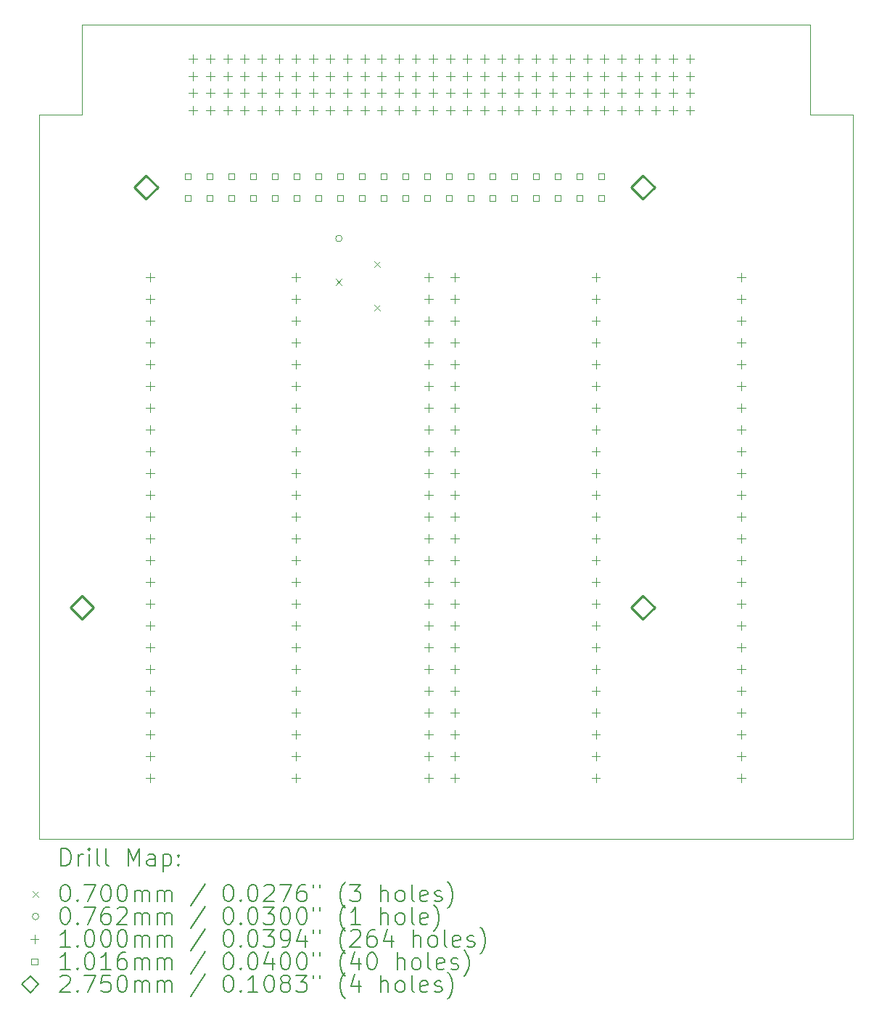
<source format=gbr>
%TF.GenerationSoftware,KiCad,Pcbnew,8.0.0*%
%TF.CreationDate,2025-01-08T23:25:10+02:00*%
%TF.ProjectId,diplomna_2024_pcb_layout,6469706c-6f6d-46e6-915f-323032345f70,rev?*%
%TF.SameCoordinates,Original*%
%TF.FileFunction,Drillmap*%
%TF.FilePolarity,Positive*%
%FSLAX45Y45*%
G04 Gerber Fmt 4.5, Leading zero omitted, Abs format (unit mm)*
G04 Created by KiCad (PCBNEW 8.0.0) date 2025-01-08 23:25:10*
%MOMM*%
%LPD*%
G01*
G04 APERTURE LIST*
%ADD10C,0.050000*%
%ADD11C,0.200000*%
%ADD12C,0.100000*%
%ADD13C,0.101600*%
%ADD14C,0.275000*%
G04 APERTURE END LIST*
D10*
X15600000Y-6100000D02*
X16100000Y-6100000D01*
X25100000Y-14550000D02*
X15600000Y-14550000D01*
X24600000Y-6100000D02*
X25100000Y-6100000D01*
X24600000Y-5050000D02*
X24600000Y-6100000D01*
X16100000Y-5050000D02*
X24600000Y-5050000D01*
X16100000Y-6100000D02*
X16100000Y-5050000D01*
X25100000Y-6100000D02*
X25100000Y-14550000D01*
X15600000Y-14550000D02*
X15600000Y-6100000D01*
D11*
D12*
X19065000Y-8019000D02*
X19135000Y-8089000D01*
X19135000Y-8019000D02*
X19065000Y-8089000D01*
X19515000Y-7811000D02*
X19585000Y-7881000D01*
X19585000Y-7811000D02*
X19515000Y-7881000D01*
X19515000Y-8319000D02*
X19585000Y-8389000D01*
X19585000Y-8319000D02*
X19515000Y-8389000D01*
X19138100Y-7546000D02*
G75*
G02*
X19061900Y-7546000I-38100J0D01*
G01*
X19061900Y-7546000D02*
G75*
G02*
X19138100Y-7546000I38100J0D01*
G01*
X16900000Y-7948000D02*
X16900000Y-8048000D01*
X16850000Y-7998000D02*
X16950000Y-7998000D01*
X16900000Y-8202000D02*
X16900000Y-8302000D01*
X16850000Y-8252000D02*
X16950000Y-8252000D01*
X16900000Y-8456000D02*
X16900000Y-8556000D01*
X16850000Y-8506000D02*
X16950000Y-8506000D01*
X16900000Y-8710000D02*
X16900000Y-8810000D01*
X16850000Y-8760000D02*
X16950000Y-8760000D01*
X16900000Y-8964000D02*
X16900000Y-9064000D01*
X16850000Y-9014000D02*
X16950000Y-9014000D01*
X16900000Y-9218000D02*
X16900000Y-9318000D01*
X16850000Y-9268000D02*
X16950000Y-9268000D01*
X16900000Y-9472000D02*
X16900000Y-9572000D01*
X16850000Y-9522000D02*
X16950000Y-9522000D01*
X16900000Y-9726000D02*
X16900000Y-9826000D01*
X16850000Y-9776000D02*
X16950000Y-9776000D01*
X16900000Y-9980000D02*
X16900000Y-10080000D01*
X16850000Y-10030000D02*
X16950000Y-10030000D01*
X16900000Y-10234000D02*
X16900000Y-10334000D01*
X16850000Y-10284000D02*
X16950000Y-10284000D01*
X16900000Y-10488000D02*
X16900000Y-10588000D01*
X16850000Y-10538000D02*
X16950000Y-10538000D01*
X16900000Y-10742000D02*
X16900000Y-10842000D01*
X16850000Y-10792000D02*
X16950000Y-10792000D01*
X16900000Y-10996000D02*
X16900000Y-11096000D01*
X16850000Y-11046000D02*
X16950000Y-11046000D01*
X16900000Y-11250000D02*
X16900000Y-11350000D01*
X16850000Y-11300000D02*
X16950000Y-11300000D01*
X16900000Y-11504000D02*
X16900000Y-11604000D01*
X16850000Y-11554000D02*
X16950000Y-11554000D01*
X16900000Y-11758000D02*
X16900000Y-11858000D01*
X16850000Y-11808000D02*
X16950000Y-11808000D01*
X16900000Y-12012000D02*
X16900000Y-12112000D01*
X16850000Y-12062000D02*
X16950000Y-12062000D01*
X16900000Y-12266000D02*
X16900000Y-12366000D01*
X16850000Y-12316000D02*
X16950000Y-12316000D01*
X16900000Y-12520000D02*
X16900000Y-12620000D01*
X16850000Y-12570000D02*
X16950000Y-12570000D01*
X16900000Y-12774000D02*
X16900000Y-12874000D01*
X16850000Y-12824000D02*
X16950000Y-12824000D01*
X16900000Y-13028000D02*
X16900000Y-13128000D01*
X16850000Y-13078000D02*
X16950000Y-13078000D01*
X16900000Y-13282000D02*
X16900000Y-13382000D01*
X16850000Y-13332000D02*
X16950000Y-13332000D01*
X16900000Y-13536000D02*
X16900000Y-13636000D01*
X16850000Y-13586000D02*
X16950000Y-13586000D01*
X16900000Y-13790000D02*
X16900000Y-13890000D01*
X16850000Y-13840000D02*
X16950000Y-13840000D01*
X17400000Y-5400000D02*
X17400000Y-5500000D01*
X17350000Y-5450000D02*
X17450000Y-5450000D01*
X17400000Y-5600000D02*
X17400000Y-5700000D01*
X17350000Y-5650000D02*
X17450000Y-5650000D01*
X17400000Y-5800000D02*
X17400000Y-5900000D01*
X17350000Y-5850000D02*
X17450000Y-5850000D01*
X17400000Y-6000000D02*
X17400000Y-6100000D01*
X17350000Y-6050000D02*
X17450000Y-6050000D01*
X17600000Y-5400000D02*
X17600000Y-5500000D01*
X17550000Y-5450000D02*
X17650000Y-5450000D01*
X17600000Y-5600000D02*
X17600000Y-5700000D01*
X17550000Y-5650000D02*
X17650000Y-5650000D01*
X17600000Y-5800000D02*
X17600000Y-5900000D01*
X17550000Y-5850000D02*
X17650000Y-5850000D01*
X17600000Y-6000000D02*
X17600000Y-6100000D01*
X17550000Y-6050000D02*
X17650000Y-6050000D01*
X17800000Y-5400000D02*
X17800000Y-5500000D01*
X17750000Y-5450000D02*
X17850000Y-5450000D01*
X17800000Y-5600000D02*
X17800000Y-5700000D01*
X17750000Y-5650000D02*
X17850000Y-5650000D01*
X17800000Y-5800000D02*
X17800000Y-5900000D01*
X17750000Y-5850000D02*
X17850000Y-5850000D01*
X17800000Y-6000000D02*
X17800000Y-6100000D01*
X17750000Y-6050000D02*
X17850000Y-6050000D01*
X18000000Y-5400000D02*
X18000000Y-5500000D01*
X17950000Y-5450000D02*
X18050000Y-5450000D01*
X18000000Y-5600000D02*
X18000000Y-5700000D01*
X17950000Y-5650000D02*
X18050000Y-5650000D01*
X18000000Y-5800000D02*
X18000000Y-5900000D01*
X17950000Y-5850000D02*
X18050000Y-5850000D01*
X18000000Y-6000000D02*
X18000000Y-6100000D01*
X17950000Y-6050000D02*
X18050000Y-6050000D01*
X18200000Y-5400000D02*
X18200000Y-5500000D01*
X18150000Y-5450000D02*
X18250000Y-5450000D01*
X18200000Y-5600000D02*
X18200000Y-5700000D01*
X18150000Y-5650000D02*
X18250000Y-5650000D01*
X18200000Y-5800000D02*
X18200000Y-5900000D01*
X18150000Y-5850000D02*
X18250000Y-5850000D01*
X18200000Y-6000000D02*
X18200000Y-6100000D01*
X18150000Y-6050000D02*
X18250000Y-6050000D01*
X18400000Y-5400000D02*
X18400000Y-5500000D01*
X18350000Y-5450000D02*
X18450000Y-5450000D01*
X18400000Y-5600000D02*
X18400000Y-5700000D01*
X18350000Y-5650000D02*
X18450000Y-5650000D01*
X18400000Y-5800000D02*
X18400000Y-5900000D01*
X18350000Y-5850000D02*
X18450000Y-5850000D01*
X18400000Y-6000000D02*
X18400000Y-6100000D01*
X18350000Y-6050000D02*
X18450000Y-6050000D01*
X18600000Y-5400000D02*
X18600000Y-5500000D01*
X18550000Y-5450000D02*
X18650000Y-5450000D01*
X18600000Y-5600000D02*
X18600000Y-5700000D01*
X18550000Y-5650000D02*
X18650000Y-5650000D01*
X18600000Y-5800000D02*
X18600000Y-5900000D01*
X18550000Y-5850000D02*
X18650000Y-5850000D01*
X18600000Y-6000000D02*
X18600000Y-6100000D01*
X18550000Y-6050000D02*
X18650000Y-6050000D01*
X18600000Y-7948000D02*
X18600000Y-8048000D01*
X18550000Y-7998000D02*
X18650000Y-7998000D01*
X18600000Y-8202000D02*
X18600000Y-8302000D01*
X18550000Y-8252000D02*
X18650000Y-8252000D01*
X18600000Y-8456000D02*
X18600000Y-8556000D01*
X18550000Y-8506000D02*
X18650000Y-8506000D01*
X18600000Y-8710000D02*
X18600000Y-8810000D01*
X18550000Y-8760000D02*
X18650000Y-8760000D01*
X18600000Y-8964000D02*
X18600000Y-9064000D01*
X18550000Y-9014000D02*
X18650000Y-9014000D01*
X18600000Y-9218000D02*
X18600000Y-9318000D01*
X18550000Y-9268000D02*
X18650000Y-9268000D01*
X18600000Y-9472000D02*
X18600000Y-9572000D01*
X18550000Y-9522000D02*
X18650000Y-9522000D01*
X18600000Y-9726000D02*
X18600000Y-9826000D01*
X18550000Y-9776000D02*
X18650000Y-9776000D01*
X18600000Y-9980000D02*
X18600000Y-10080000D01*
X18550000Y-10030000D02*
X18650000Y-10030000D01*
X18600000Y-10234000D02*
X18600000Y-10334000D01*
X18550000Y-10284000D02*
X18650000Y-10284000D01*
X18600000Y-10488000D02*
X18600000Y-10588000D01*
X18550000Y-10538000D02*
X18650000Y-10538000D01*
X18600000Y-10742000D02*
X18600000Y-10842000D01*
X18550000Y-10792000D02*
X18650000Y-10792000D01*
X18600000Y-10996000D02*
X18600000Y-11096000D01*
X18550000Y-11046000D02*
X18650000Y-11046000D01*
X18600000Y-11250000D02*
X18600000Y-11350000D01*
X18550000Y-11300000D02*
X18650000Y-11300000D01*
X18600000Y-11504000D02*
X18600000Y-11604000D01*
X18550000Y-11554000D02*
X18650000Y-11554000D01*
X18600000Y-11758000D02*
X18600000Y-11858000D01*
X18550000Y-11808000D02*
X18650000Y-11808000D01*
X18600000Y-12012000D02*
X18600000Y-12112000D01*
X18550000Y-12062000D02*
X18650000Y-12062000D01*
X18600000Y-12266000D02*
X18600000Y-12366000D01*
X18550000Y-12316000D02*
X18650000Y-12316000D01*
X18600000Y-12520000D02*
X18600000Y-12620000D01*
X18550000Y-12570000D02*
X18650000Y-12570000D01*
X18600000Y-12774000D02*
X18600000Y-12874000D01*
X18550000Y-12824000D02*
X18650000Y-12824000D01*
X18600000Y-13028000D02*
X18600000Y-13128000D01*
X18550000Y-13078000D02*
X18650000Y-13078000D01*
X18600000Y-13282000D02*
X18600000Y-13382000D01*
X18550000Y-13332000D02*
X18650000Y-13332000D01*
X18600000Y-13536000D02*
X18600000Y-13636000D01*
X18550000Y-13586000D02*
X18650000Y-13586000D01*
X18600000Y-13790000D02*
X18600000Y-13890000D01*
X18550000Y-13840000D02*
X18650000Y-13840000D01*
X18800000Y-5400000D02*
X18800000Y-5500000D01*
X18750000Y-5450000D02*
X18850000Y-5450000D01*
X18800000Y-5600000D02*
X18800000Y-5700000D01*
X18750000Y-5650000D02*
X18850000Y-5650000D01*
X18800000Y-5800000D02*
X18800000Y-5900000D01*
X18750000Y-5850000D02*
X18850000Y-5850000D01*
X18800000Y-6000000D02*
X18800000Y-6100000D01*
X18750000Y-6050000D02*
X18850000Y-6050000D01*
X19000000Y-5400000D02*
X19000000Y-5500000D01*
X18950000Y-5450000D02*
X19050000Y-5450000D01*
X19000000Y-5600000D02*
X19000000Y-5700000D01*
X18950000Y-5650000D02*
X19050000Y-5650000D01*
X19000000Y-5800000D02*
X19000000Y-5900000D01*
X18950000Y-5850000D02*
X19050000Y-5850000D01*
X19000000Y-6000000D02*
X19000000Y-6100000D01*
X18950000Y-6050000D02*
X19050000Y-6050000D01*
X19200000Y-5400000D02*
X19200000Y-5500000D01*
X19150000Y-5450000D02*
X19250000Y-5450000D01*
X19200000Y-5600000D02*
X19200000Y-5700000D01*
X19150000Y-5650000D02*
X19250000Y-5650000D01*
X19200000Y-5800000D02*
X19200000Y-5900000D01*
X19150000Y-5850000D02*
X19250000Y-5850000D01*
X19200000Y-6000000D02*
X19200000Y-6100000D01*
X19150000Y-6050000D02*
X19250000Y-6050000D01*
X19400000Y-5400000D02*
X19400000Y-5500000D01*
X19350000Y-5450000D02*
X19450000Y-5450000D01*
X19400000Y-5600000D02*
X19400000Y-5700000D01*
X19350000Y-5650000D02*
X19450000Y-5650000D01*
X19400000Y-5800000D02*
X19400000Y-5900000D01*
X19350000Y-5850000D02*
X19450000Y-5850000D01*
X19400000Y-6000000D02*
X19400000Y-6100000D01*
X19350000Y-6050000D02*
X19450000Y-6050000D01*
X19600000Y-5400000D02*
X19600000Y-5500000D01*
X19550000Y-5450000D02*
X19650000Y-5450000D01*
X19600000Y-5600000D02*
X19600000Y-5700000D01*
X19550000Y-5650000D02*
X19650000Y-5650000D01*
X19600000Y-5800000D02*
X19600000Y-5900000D01*
X19550000Y-5850000D02*
X19650000Y-5850000D01*
X19600000Y-6000000D02*
X19600000Y-6100000D01*
X19550000Y-6050000D02*
X19650000Y-6050000D01*
X19800000Y-5400000D02*
X19800000Y-5500000D01*
X19750000Y-5450000D02*
X19850000Y-5450000D01*
X19800000Y-5600000D02*
X19800000Y-5700000D01*
X19750000Y-5650000D02*
X19850000Y-5650000D01*
X19800000Y-5800000D02*
X19800000Y-5900000D01*
X19750000Y-5850000D02*
X19850000Y-5850000D01*
X19800000Y-6000000D02*
X19800000Y-6100000D01*
X19750000Y-6050000D02*
X19850000Y-6050000D01*
X20000000Y-5400000D02*
X20000000Y-5500000D01*
X19950000Y-5450000D02*
X20050000Y-5450000D01*
X20000000Y-5600000D02*
X20000000Y-5700000D01*
X19950000Y-5650000D02*
X20050000Y-5650000D01*
X20000000Y-5800000D02*
X20000000Y-5900000D01*
X19950000Y-5850000D02*
X20050000Y-5850000D01*
X20000000Y-6000000D02*
X20000000Y-6100000D01*
X19950000Y-6050000D02*
X20050000Y-6050000D01*
X20150000Y-7948000D02*
X20150000Y-8048000D01*
X20100000Y-7998000D02*
X20200000Y-7998000D01*
X20150000Y-8202000D02*
X20150000Y-8302000D01*
X20100000Y-8252000D02*
X20200000Y-8252000D01*
X20150000Y-8456000D02*
X20150000Y-8556000D01*
X20100000Y-8506000D02*
X20200000Y-8506000D01*
X20150000Y-8710000D02*
X20150000Y-8810000D01*
X20100000Y-8760000D02*
X20200000Y-8760000D01*
X20150000Y-8964000D02*
X20150000Y-9064000D01*
X20100000Y-9014000D02*
X20200000Y-9014000D01*
X20150000Y-9218000D02*
X20150000Y-9318000D01*
X20100000Y-9268000D02*
X20200000Y-9268000D01*
X20150000Y-9472000D02*
X20150000Y-9572000D01*
X20100000Y-9522000D02*
X20200000Y-9522000D01*
X20150000Y-9726000D02*
X20150000Y-9826000D01*
X20100000Y-9776000D02*
X20200000Y-9776000D01*
X20150000Y-9980000D02*
X20150000Y-10080000D01*
X20100000Y-10030000D02*
X20200000Y-10030000D01*
X20150000Y-10234000D02*
X20150000Y-10334000D01*
X20100000Y-10284000D02*
X20200000Y-10284000D01*
X20150000Y-10488000D02*
X20150000Y-10588000D01*
X20100000Y-10538000D02*
X20200000Y-10538000D01*
X20150000Y-10742000D02*
X20150000Y-10842000D01*
X20100000Y-10792000D02*
X20200000Y-10792000D01*
X20150000Y-10996000D02*
X20150000Y-11096000D01*
X20100000Y-11046000D02*
X20200000Y-11046000D01*
X20150000Y-11250000D02*
X20150000Y-11350000D01*
X20100000Y-11300000D02*
X20200000Y-11300000D01*
X20150000Y-11504000D02*
X20150000Y-11604000D01*
X20100000Y-11554000D02*
X20200000Y-11554000D01*
X20150000Y-11758000D02*
X20150000Y-11858000D01*
X20100000Y-11808000D02*
X20200000Y-11808000D01*
X20150000Y-12012000D02*
X20150000Y-12112000D01*
X20100000Y-12062000D02*
X20200000Y-12062000D01*
X20150000Y-12266000D02*
X20150000Y-12366000D01*
X20100000Y-12316000D02*
X20200000Y-12316000D01*
X20150000Y-12520000D02*
X20150000Y-12620000D01*
X20100000Y-12570000D02*
X20200000Y-12570000D01*
X20150000Y-12774000D02*
X20150000Y-12874000D01*
X20100000Y-12824000D02*
X20200000Y-12824000D01*
X20150000Y-13028000D02*
X20150000Y-13128000D01*
X20100000Y-13078000D02*
X20200000Y-13078000D01*
X20150000Y-13282000D02*
X20150000Y-13382000D01*
X20100000Y-13332000D02*
X20200000Y-13332000D01*
X20150000Y-13536000D02*
X20150000Y-13636000D01*
X20100000Y-13586000D02*
X20200000Y-13586000D01*
X20150000Y-13790000D02*
X20150000Y-13890000D01*
X20100000Y-13840000D02*
X20200000Y-13840000D01*
X20200000Y-5400000D02*
X20200000Y-5500000D01*
X20150000Y-5450000D02*
X20250000Y-5450000D01*
X20200000Y-5600000D02*
X20200000Y-5700000D01*
X20150000Y-5650000D02*
X20250000Y-5650000D01*
X20200000Y-5800000D02*
X20200000Y-5900000D01*
X20150000Y-5850000D02*
X20250000Y-5850000D01*
X20200000Y-6000000D02*
X20200000Y-6100000D01*
X20150000Y-6050000D02*
X20250000Y-6050000D01*
X20400000Y-5400000D02*
X20400000Y-5500000D01*
X20350000Y-5450000D02*
X20450000Y-5450000D01*
X20400000Y-5600000D02*
X20400000Y-5700000D01*
X20350000Y-5650000D02*
X20450000Y-5650000D01*
X20400000Y-5800000D02*
X20400000Y-5900000D01*
X20350000Y-5850000D02*
X20450000Y-5850000D01*
X20400000Y-6000000D02*
X20400000Y-6100000D01*
X20350000Y-6050000D02*
X20450000Y-6050000D01*
X20450000Y-7948000D02*
X20450000Y-8048000D01*
X20400000Y-7998000D02*
X20500000Y-7998000D01*
X20450000Y-8202000D02*
X20450000Y-8302000D01*
X20400000Y-8252000D02*
X20500000Y-8252000D01*
X20450000Y-8456000D02*
X20450000Y-8556000D01*
X20400000Y-8506000D02*
X20500000Y-8506000D01*
X20450000Y-8710000D02*
X20450000Y-8810000D01*
X20400000Y-8760000D02*
X20500000Y-8760000D01*
X20450000Y-8964000D02*
X20450000Y-9064000D01*
X20400000Y-9014000D02*
X20500000Y-9014000D01*
X20450000Y-9218000D02*
X20450000Y-9318000D01*
X20400000Y-9268000D02*
X20500000Y-9268000D01*
X20450000Y-9472000D02*
X20450000Y-9572000D01*
X20400000Y-9522000D02*
X20500000Y-9522000D01*
X20450000Y-9726000D02*
X20450000Y-9826000D01*
X20400000Y-9776000D02*
X20500000Y-9776000D01*
X20450000Y-9980000D02*
X20450000Y-10080000D01*
X20400000Y-10030000D02*
X20500000Y-10030000D01*
X20450000Y-10234000D02*
X20450000Y-10334000D01*
X20400000Y-10284000D02*
X20500000Y-10284000D01*
X20450000Y-10488000D02*
X20450000Y-10588000D01*
X20400000Y-10538000D02*
X20500000Y-10538000D01*
X20450000Y-10742000D02*
X20450000Y-10842000D01*
X20400000Y-10792000D02*
X20500000Y-10792000D01*
X20450000Y-10996000D02*
X20450000Y-11096000D01*
X20400000Y-11046000D02*
X20500000Y-11046000D01*
X20450000Y-11250000D02*
X20450000Y-11350000D01*
X20400000Y-11300000D02*
X20500000Y-11300000D01*
X20450000Y-11504000D02*
X20450000Y-11604000D01*
X20400000Y-11554000D02*
X20500000Y-11554000D01*
X20450000Y-11758000D02*
X20450000Y-11858000D01*
X20400000Y-11808000D02*
X20500000Y-11808000D01*
X20450000Y-12012000D02*
X20450000Y-12112000D01*
X20400000Y-12062000D02*
X20500000Y-12062000D01*
X20450000Y-12266000D02*
X20450000Y-12366000D01*
X20400000Y-12316000D02*
X20500000Y-12316000D01*
X20450000Y-12520000D02*
X20450000Y-12620000D01*
X20400000Y-12570000D02*
X20500000Y-12570000D01*
X20450000Y-12774000D02*
X20450000Y-12874000D01*
X20400000Y-12824000D02*
X20500000Y-12824000D01*
X20450000Y-13028000D02*
X20450000Y-13128000D01*
X20400000Y-13078000D02*
X20500000Y-13078000D01*
X20450000Y-13282000D02*
X20450000Y-13382000D01*
X20400000Y-13332000D02*
X20500000Y-13332000D01*
X20450000Y-13536000D02*
X20450000Y-13636000D01*
X20400000Y-13586000D02*
X20500000Y-13586000D01*
X20450000Y-13790000D02*
X20450000Y-13890000D01*
X20400000Y-13840000D02*
X20500000Y-13840000D01*
X20600000Y-5400000D02*
X20600000Y-5500000D01*
X20550000Y-5450000D02*
X20650000Y-5450000D01*
X20600000Y-5600000D02*
X20600000Y-5700000D01*
X20550000Y-5650000D02*
X20650000Y-5650000D01*
X20600000Y-5800000D02*
X20600000Y-5900000D01*
X20550000Y-5850000D02*
X20650000Y-5850000D01*
X20600000Y-6000000D02*
X20600000Y-6100000D01*
X20550000Y-6050000D02*
X20650000Y-6050000D01*
X20800000Y-5400000D02*
X20800000Y-5500000D01*
X20750000Y-5450000D02*
X20850000Y-5450000D01*
X20800000Y-5600000D02*
X20800000Y-5700000D01*
X20750000Y-5650000D02*
X20850000Y-5650000D01*
X20800000Y-5800000D02*
X20800000Y-5900000D01*
X20750000Y-5850000D02*
X20850000Y-5850000D01*
X20800000Y-6000000D02*
X20800000Y-6100000D01*
X20750000Y-6050000D02*
X20850000Y-6050000D01*
X21000000Y-5400000D02*
X21000000Y-5500000D01*
X20950000Y-5450000D02*
X21050000Y-5450000D01*
X21000000Y-5600000D02*
X21000000Y-5700000D01*
X20950000Y-5650000D02*
X21050000Y-5650000D01*
X21000000Y-5800000D02*
X21000000Y-5900000D01*
X20950000Y-5850000D02*
X21050000Y-5850000D01*
X21000000Y-6000000D02*
X21000000Y-6100000D01*
X20950000Y-6050000D02*
X21050000Y-6050000D01*
X21200000Y-5400000D02*
X21200000Y-5500000D01*
X21150000Y-5450000D02*
X21250000Y-5450000D01*
X21200000Y-5600000D02*
X21200000Y-5700000D01*
X21150000Y-5650000D02*
X21250000Y-5650000D01*
X21200000Y-5800000D02*
X21200000Y-5900000D01*
X21150000Y-5850000D02*
X21250000Y-5850000D01*
X21200000Y-6000000D02*
X21200000Y-6100000D01*
X21150000Y-6050000D02*
X21250000Y-6050000D01*
X21400000Y-5400000D02*
X21400000Y-5500000D01*
X21350000Y-5450000D02*
X21450000Y-5450000D01*
X21400000Y-5600000D02*
X21400000Y-5700000D01*
X21350000Y-5650000D02*
X21450000Y-5650000D01*
X21400000Y-5800000D02*
X21400000Y-5900000D01*
X21350000Y-5850000D02*
X21450000Y-5850000D01*
X21400000Y-6000000D02*
X21400000Y-6100000D01*
X21350000Y-6050000D02*
X21450000Y-6050000D01*
X21600000Y-5400000D02*
X21600000Y-5500000D01*
X21550000Y-5450000D02*
X21650000Y-5450000D01*
X21600000Y-5600000D02*
X21600000Y-5700000D01*
X21550000Y-5650000D02*
X21650000Y-5650000D01*
X21600000Y-5800000D02*
X21600000Y-5900000D01*
X21550000Y-5850000D02*
X21650000Y-5850000D01*
X21600000Y-6000000D02*
X21600000Y-6100000D01*
X21550000Y-6050000D02*
X21650000Y-6050000D01*
X21800000Y-5400000D02*
X21800000Y-5500000D01*
X21750000Y-5450000D02*
X21850000Y-5450000D01*
X21800000Y-5600000D02*
X21800000Y-5700000D01*
X21750000Y-5650000D02*
X21850000Y-5650000D01*
X21800000Y-5800000D02*
X21800000Y-5900000D01*
X21750000Y-5850000D02*
X21850000Y-5850000D01*
X21800000Y-6000000D02*
X21800000Y-6100000D01*
X21750000Y-6050000D02*
X21850000Y-6050000D01*
X22000000Y-5400000D02*
X22000000Y-5500000D01*
X21950000Y-5450000D02*
X22050000Y-5450000D01*
X22000000Y-5600000D02*
X22000000Y-5700000D01*
X21950000Y-5650000D02*
X22050000Y-5650000D01*
X22000000Y-5800000D02*
X22000000Y-5900000D01*
X21950000Y-5850000D02*
X22050000Y-5850000D01*
X22000000Y-6000000D02*
X22000000Y-6100000D01*
X21950000Y-6050000D02*
X22050000Y-6050000D01*
X22100000Y-7948000D02*
X22100000Y-8048000D01*
X22050000Y-7998000D02*
X22150000Y-7998000D01*
X22100000Y-8202000D02*
X22100000Y-8302000D01*
X22050000Y-8252000D02*
X22150000Y-8252000D01*
X22100000Y-8456000D02*
X22100000Y-8556000D01*
X22050000Y-8506000D02*
X22150000Y-8506000D01*
X22100000Y-8710000D02*
X22100000Y-8810000D01*
X22050000Y-8760000D02*
X22150000Y-8760000D01*
X22100000Y-8964000D02*
X22100000Y-9064000D01*
X22050000Y-9014000D02*
X22150000Y-9014000D01*
X22100000Y-9218000D02*
X22100000Y-9318000D01*
X22050000Y-9268000D02*
X22150000Y-9268000D01*
X22100000Y-9472000D02*
X22100000Y-9572000D01*
X22050000Y-9522000D02*
X22150000Y-9522000D01*
X22100000Y-9726000D02*
X22100000Y-9826000D01*
X22050000Y-9776000D02*
X22150000Y-9776000D01*
X22100000Y-9980000D02*
X22100000Y-10080000D01*
X22050000Y-10030000D02*
X22150000Y-10030000D01*
X22100000Y-10234000D02*
X22100000Y-10334000D01*
X22050000Y-10284000D02*
X22150000Y-10284000D01*
X22100000Y-10488000D02*
X22100000Y-10588000D01*
X22050000Y-10538000D02*
X22150000Y-10538000D01*
X22100000Y-10742000D02*
X22100000Y-10842000D01*
X22050000Y-10792000D02*
X22150000Y-10792000D01*
X22100000Y-10996000D02*
X22100000Y-11096000D01*
X22050000Y-11046000D02*
X22150000Y-11046000D01*
X22100000Y-11250000D02*
X22100000Y-11350000D01*
X22050000Y-11300000D02*
X22150000Y-11300000D01*
X22100000Y-11504000D02*
X22100000Y-11604000D01*
X22050000Y-11554000D02*
X22150000Y-11554000D01*
X22100000Y-11758000D02*
X22100000Y-11858000D01*
X22050000Y-11808000D02*
X22150000Y-11808000D01*
X22100000Y-12012000D02*
X22100000Y-12112000D01*
X22050000Y-12062000D02*
X22150000Y-12062000D01*
X22100000Y-12266000D02*
X22100000Y-12366000D01*
X22050000Y-12316000D02*
X22150000Y-12316000D01*
X22100000Y-12520000D02*
X22100000Y-12620000D01*
X22050000Y-12570000D02*
X22150000Y-12570000D01*
X22100000Y-12774000D02*
X22100000Y-12874000D01*
X22050000Y-12824000D02*
X22150000Y-12824000D01*
X22100000Y-13028000D02*
X22100000Y-13128000D01*
X22050000Y-13078000D02*
X22150000Y-13078000D01*
X22100000Y-13282000D02*
X22100000Y-13382000D01*
X22050000Y-13332000D02*
X22150000Y-13332000D01*
X22100000Y-13536000D02*
X22100000Y-13636000D01*
X22050000Y-13586000D02*
X22150000Y-13586000D01*
X22100000Y-13790000D02*
X22100000Y-13890000D01*
X22050000Y-13840000D02*
X22150000Y-13840000D01*
X22200000Y-5400000D02*
X22200000Y-5500000D01*
X22150000Y-5450000D02*
X22250000Y-5450000D01*
X22200000Y-5600000D02*
X22200000Y-5700000D01*
X22150000Y-5650000D02*
X22250000Y-5650000D01*
X22200000Y-5800000D02*
X22200000Y-5900000D01*
X22150000Y-5850000D02*
X22250000Y-5850000D01*
X22200000Y-6000000D02*
X22200000Y-6100000D01*
X22150000Y-6050000D02*
X22250000Y-6050000D01*
X22400000Y-5400000D02*
X22400000Y-5500000D01*
X22350000Y-5450000D02*
X22450000Y-5450000D01*
X22400000Y-5600000D02*
X22400000Y-5700000D01*
X22350000Y-5650000D02*
X22450000Y-5650000D01*
X22400000Y-5800000D02*
X22400000Y-5900000D01*
X22350000Y-5850000D02*
X22450000Y-5850000D01*
X22400000Y-6000000D02*
X22400000Y-6100000D01*
X22350000Y-6050000D02*
X22450000Y-6050000D01*
X22600000Y-5400000D02*
X22600000Y-5500000D01*
X22550000Y-5450000D02*
X22650000Y-5450000D01*
X22600000Y-5600000D02*
X22600000Y-5700000D01*
X22550000Y-5650000D02*
X22650000Y-5650000D01*
X22600000Y-5800000D02*
X22600000Y-5900000D01*
X22550000Y-5850000D02*
X22650000Y-5850000D01*
X22600000Y-6000000D02*
X22600000Y-6100000D01*
X22550000Y-6050000D02*
X22650000Y-6050000D01*
X22800000Y-5400000D02*
X22800000Y-5500000D01*
X22750000Y-5450000D02*
X22850000Y-5450000D01*
X22800000Y-5600000D02*
X22800000Y-5700000D01*
X22750000Y-5650000D02*
X22850000Y-5650000D01*
X22800000Y-5800000D02*
X22800000Y-5900000D01*
X22750000Y-5850000D02*
X22850000Y-5850000D01*
X22800000Y-6000000D02*
X22800000Y-6100000D01*
X22750000Y-6050000D02*
X22850000Y-6050000D01*
X23000000Y-5400000D02*
X23000000Y-5500000D01*
X22950000Y-5450000D02*
X23050000Y-5450000D01*
X23000000Y-5600000D02*
X23000000Y-5700000D01*
X22950000Y-5650000D02*
X23050000Y-5650000D01*
X23000000Y-5800000D02*
X23000000Y-5900000D01*
X22950000Y-5850000D02*
X23050000Y-5850000D01*
X23000000Y-6000000D02*
X23000000Y-6100000D01*
X22950000Y-6050000D02*
X23050000Y-6050000D01*
X23200000Y-5400000D02*
X23200000Y-5500000D01*
X23150000Y-5450000D02*
X23250000Y-5450000D01*
X23200000Y-5600000D02*
X23200000Y-5700000D01*
X23150000Y-5650000D02*
X23250000Y-5650000D01*
X23200000Y-5800000D02*
X23200000Y-5900000D01*
X23150000Y-5850000D02*
X23250000Y-5850000D01*
X23200000Y-6000000D02*
X23200000Y-6100000D01*
X23150000Y-6050000D02*
X23250000Y-6050000D01*
X23800000Y-7948000D02*
X23800000Y-8048000D01*
X23750000Y-7998000D02*
X23850000Y-7998000D01*
X23800000Y-8202000D02*
X23800000Y-8302000D01*
X23750000Y-8252000D02*
X23850000Y-8252000D01*
X23800000Y-8456000D02*
X23800000Y-8556000D01*
X23750000Y-8506000D02*
X23850000Y-8506000D01*
X23800000Y-8710000D02*
X23800000Y-8810000D01*
X23750000Y-8760000D02*
X23850000Y-8760000D01*
X23800000Y-8964000D02*
X23800000Y-9064000D01*
X23750000Y-9014000D02*
X23850000Y-9014000D01*
X23800000Y-9218000D02*
X23800000Y-9318000D01*
X23750000Y-9268000D02*
X23850000Y-9268000D01*
X23800000Y-9472000D02*
X23800000Y-9572000D01*
X23750000Y-9522000D02*
X23850000Y-9522000D01*
X23800000Y-9726000D02*
X23800000Y-9826000D01*
X23750000Y-9776000D02*
X23850000Y-9776000D01*
X23800000Y-9980000D02*
X23800000Y-10080000D01*
X23750000Y-10030000D02*
X23850000Y-10030000D01*
X23800000Y-10234000D02*
X23800000Y-10334000D01*
X23750000Y-10284000D02*
X23850000Y-10284000D01*
X23800000Y-10488000D02*
X23800000Y-10588000D01*
X23750000Y-10538000D02*
X23850000Y-10538000D01*
X23800000Y-10742000D02*
X23800000Y-10842000D01*
X23750000Y-10792000D02*
X23850000Y-10792000D01*
X23800000Y-10996000D02*
X23800000Y-11096000D01*
X23750000Y-11046000D02*
X23850000Y-11046000D01*
X23800000Y-11250000D02*
X23800000Y-11350000D01*
X23750000Y-11300000D02*
X23850000Y-11300000D01*
X23800000Y-11504000D02*
X23800000Y-11604000D01*
X23750000Y-11554000D02*
X23850000Y-11554000D01*
X23800000Y-11758000D02*
X23800000Y-11858000D01*
X23750000Y-11808000D02*
X23850000Y-11808000D01*
X23800000Y-12012000D02*
X23800000Y-12112000D01*
X23750000Y-12062000D02*
X23850000Y-12062000D01*
X23800000Y-12266000D02*
X23800000Y-12366000D01*
X23750000Y-12316000D02*
X23850000Y-12316000D01*
X23800000Y-12520000D02*
X23800000Y-12620000D01*
X23750000Y-12570000D02*
X23850000Y-12570000D01*
X23800000Y-12774000D02*
X23800000Y-12874000D01*
X23750000Y-12824000D02*
X23850000Y-12824000D01*
X23800000Y-13028000D02*
X23800000Y-13128000D01*
X23750000Y-13078000D02*
X23850000Y-13078000D01*
X23800000Y-13282000D02*
X23800000Y-13382000D01*
X23750000Y-13332000D02*
X23850000Y-13332000D01*
X23800000Y-13536000D02*
X23800000Y-13636000D01*
X23750000Y-13586000D02*
X23850000Y-13586000D01*
X23800000Y-13790000D02*
X23800000Y-13890000D01*
X23750000Y-13840000D02*
X23850000Y-13840000D01*
D13*
X17372921Y-6858921D02*
X17372921Y-6787079D01*
X17301079Y-6787079D01*
X17301079Y-6858921D01*
X17372921Y-6858921D01*
X17372921Y-7112921D02*
X17372921Y-7041079D01*
X17301079Y-7041079D01*
X17301079Y-7112921D01*
X17372921Y-7112921D01*
X17626921Y-6858921D02*
X17626921Y-6787079D01*
X17555079Y-6787079D01*
X17555079Y-6858921D01*
X17626921Y-6858921D01*
X17626921Y-7112921D02*
X17626921Y-7041079D01*
X17555079Y-7041079D01*
X17555079Y-7112921D01*
X17626921Y-7112921D01*
X17880921Y-6858921D02*
X17880921Y-6787079D01*
X17809079Y-6787079D01*
X17809079Y-6858921D01*
X17880921Y-6858921D01*
X17880921Y-7112921D02*
X17880921Y-7041079D01*
X17809079Y-7041079D01*
X17809079Y-7112921D01*
X17880921Y-7112921D01*
X18134921Y-6858921D02*
X18134921Y-6787079D01*
X18063079Y-6787079D01*
X18063079Y-6858921D01*
X18134921Y-6858921D01*
X18134921Y-7112921D02*
X18134921Y-7041079D01*
X18063079Y-7041079D01*
X18063079Y-7112921D01*
X18134921Y-7112921D01*
X18388921Y-6858921D02*
X18388921Y-6787079D01*
X18317079Y-6787079D01*
X18317079Y-6858921D01*
X18388921Y-6858921D01*
X18388921Y-7112921D02*
X18388921Y-7041079D01*
X18317079Y-7041079D01*
X18317079Y-7112921D01*
X18388921Y-7112921D01*
X18642921Y-6858921D02*
X18642921Y-6787079D01*
X18571079Y-6787079D01*
X18571079Y-6858921D01*
X18642921Y-6858921D01*
X18642921Y-7112921D02*
X18642921Y-7041079D01*
X18571079Y-7041079D01*
X18571079Y-7112921D01*
X18642921Y-7112921D01*
X18896921Y-6858921D02*
X18896921Y-6787079D01*
X18825079Y-6787079D01*
X18825079Y-6858921D01*
X18896921Y-6858921D01*
X18896921Y-7112921D02*
X18896921Y-7041079D01*
X18825079Y-7041079D01*
X18825079Y-7112921D01*
X18896921Y-7112921D01*
X19150921Y-6858921D02*
X19150921Y-6787079D01*
X19079079Y-6787079D01*
X19079079Y-6858921D01*
X19150921Y-6858921D01*
X19150921Y-7112921D02*
X19150921Y-7041079D01*
X19079079Y-7041079D01*
X19079079Y-7112921D01*
X19150921Y-7112921D01*
X19404921Y-6858921D02*
X19404921Y-6787079D01*
X19333079Y-6787079D01*
X19333079Y-6858921D01*
X19404921Y-6858921D01*
X19404921Y-7112921D02*
X19404921Y-7041079D01*
X19333079Y-7041079D01*
X19333079Y-7112921D01*
X19404921Y-7112921D01*
X19658921Y-6858921D02*
X19658921Y-6787079D01*
X19587079Y-6787079D01*
X19587079Y-6858921D01*
X19658921Y-6858921D01*
X19658921Y-7112921D02*
X19658921Y-7041079D01*
X19587079Y-7041079D01*
X19587079Y-7112921D01*
X19658921Y-7112921D01*
X19912921Y-6858921D02*
X19912921Y-6787079D01*
X19841079Y-6787079D01*
X19841079Y-6858921D01*
X19912921Y-6858921D01*
X19912921Y-7112921D02*
X19912921Y-7041079D01*
X19841079Y-7041079D01*
X19841079Y-7112921D01*
X19912921Y-7112921D01*
X20166921Y-6858921D02*
X20166921Y-6787079D01*
X20095079Y-6787079D01*
X20095079Y-6858921D01*
X20166921Y-6858921D01*
X20166921Y-7112921D02*
X20166921Y-7041079D01*
X20095079Y-7041079D01*
X20095079Y-7112921D01*
X20166921Y-7112921D01*
X20420921Y-6858921D02*
X20420921Y-6787079D01*
X20349079Y-6787079D01*
X20349079Y-6858921D01*
X20420921Y-6858921D01*
X20420921Y-7112921D02*
X20420921Y-7041079D01*
X20349079Y-7041079D01*
X20349079Y-7112921D01*
X20420921Y-7112921D01*
X20674921Y-6858921D02*
X20674921Y-6787079D01*
X20603079Y-6787079D01*
X20603079Y-6858921D01*
X20674921Y-6858921D01*
X20674921Y-7112921D02*
X20674921Y-7041079D01*
X20603079Y-7041079D01*
X20603079Y-7112921D01*
X20674921Y-7112921D01*
X20928921Y-6858921D02*
X20928921Y-6787079D01*
X20857079Y-6787079D01*
X20857079Y-6858921D01*
X20928921Y-6858921D01*
X20928921Y-7112921D02*
X20928921Y-7041079D01*
X20857079Y-7041079D01*
X20857079Y-7112921D01*
X20928921Y-7112921D01*
X21182921Y-6858921D02*
X21182921Y-6787079D01*
X21111079Y-6787079D01*
X21111079Y-6858921D01*
X21182921Y-6858921D01*
X21182921Y-7112921D02*
X21182921Y-7041079D01*
X21111079Y-7041079D01*
X21111079Y-7112921D01*
X21182921Y-7112921D01*
X21436921Y-6858921D02*
X21436921Y-6787079D01*
X21365079Y-6787079D01*
X21365079Y-6858921D01*
X21436921Y-6858921D01*
X21436921Y-7112921D02*
X21436921Y-7041079D01*
X21365079Y-7041079D01*
X21365079Y-7112921D01*
X21436921Y-7112921D01*
X21690921Y-6858921D02*
X21690921Y-6787079D01*
X21619079Y-6787079D01*
X21619079Y-6858921D01*
X21690921Y-6858921D01*
X21690921Y-7112921D02*
X21690921Y-7041079D01*
X21619079Y-7041079D01*
X21619079Y-7112921D01*
X21690921Y-7112921D01*
X21944921Y-6858921D02*
X21944921Y-6787079D01*
X21873079Y-6787079D01*
X21873079Y-6858921D01*
X21944921Y-6858921D01*
X21944921Y-7112921D02*
X21944921Y-7041079D01*
X21873079Y-7041079D01*
X21873079Y-7112921D01*
X21944921Y-7112921D01*
X22198921Y-6858921D02*
X22198921Y-6787079D01*
X22127079Y-6787079D01*
X22127079Y-6858921D01*
X22198921Y-6858921D01*
X22198921Y-7112921D02*
X22198921Y-7041079D01*
X22127079Y-7041079D01*
X22127079Y-7112921D01*
X22198921Y-7112921D01*
D14*
X16100000Y-11987500D02*
X16237500Y-11850000D01*
X16100000Y-11712500D01*
X15962500Y-11850000D01*
X16100000Y-11987500D01*
X16850000Y-7087500D02*
X16987500Y-6950000D01*
X16850000Y-6812500D01*
X16712500Y-6950000D01*
X16850000Y-7087500D01*
X22650000Y-7087500D02*
X22787500Y-6950000D01*
X22650000Y-6812500D01*
X22512500Y-6950000D01*
X22650000Y-7087500D01*
X22650000Y-11987500D02*
X22787500Y-11850000D01*
X22650000Y-11712500D01*
X22512500Y-11850000D01*
X22650000Y-11987500D01*
D11*
X15858277Y-14863984D02*
X15858277Y-14663984D01*
X15858277Y-14663984D02*
X15905896Y-14663984D01*
X15905896Y-14663984D02*
X15934467Y-14673508D01*
X15934467Y-14673508D02*
X15953515Y-14692555D01*
X15953515Y-14692555D02*
X15963039Y-14711603D01*
X15963039Y-14711603D02*
X15972562Y-14749698D01*
X15972562Y-14749698D02*
X15972562Y-14778269D01*
X15972562Y-14778269D02*
X15963039Y-14816365D01*
X15963039Y-14816365D02*
X15953515Y-14835412D01*
X15953515Y-14835412D02*
X15934467Y-14854460D01*
X15934467Y-14854460D02*
X15905896Y-14863984D01*
X15905896Y-14863984D02*
X15858277Y-14863984D01*
X16058277Y-14863984D02*
X16058277Y-14730650D01*
X16058277Y-14768746D02*
X16067801Y-14749698D01*
X16067801Y-14749698D02*
X16077324Y-14740174D01*
X16077324Y-14740174D02*
X16096372Y-14730650D01*
X16096372Y-14730650D02*
X16115420Y-14730650D01*
X16182086Y-14863984D02*
X16182086Y-14730650D01*
X16182086Y-14663984D02*
X16172562Y-14673508D01*
X16172562Y-14673508D02*
X16182086Y-14683031D01*
X16182086Y-14683031D02*
X16191610Y-14673508D01*
X16191610Y-14673508D02*
X16182086Y-14663984D01*
X16182086Y-14663984D02*
X16182086Y-14683031D01*
X16305896Y-14863984D02*
X16286848Y-14854460D01*
X16286848Y-14854460D02*
X16277324Y-14835412D01*
X16277324Y-14835412D02*
X16277324Y-14663984D01*
X16410658Y-14863984D02*
X16391610Y-14854460D01*
X16391610Y-14854460D02*
X16382086Y-14835412D01*
X16382086Y-14835412D02*
X16382086Y-14663984D01*
X16639229Y-14863984D02*
X16639229Y-14663984D01*
X16639229Y-14663984D02*
X16705896Y-14806841D01*
X16705896Y-14806841D02*
X16772562Y-14663984D01*
X16772562Y-14663984D02*
X16772562Y-14863984D01*
X16953515Y-14863984D02*
X16953515Y-14759222D01*
X16953515Y-14759222D02*
X16943991Y-14740174D01*
X16943991Y-14740174D02*
X16924944Y-14730650D01*
X16924944Y-14730650D02*
X16886848Y-14730650D01*
X16886848Y-14730650D02*
X16867801Y-14740174D01*
X16953515Y-14854460D02*
X16934467Y-14863984D01*
X16934467Y-14863984D02*
X16886848Y-14863984D01*
X16886848Y-14863984D02*
X16867801Y-14854460D01*
X16867801Y-14854460D02*
X16858277Y-14835412D01*
X16858277Y-14835412D02*
X16858277Y-14816365D01*
X16858277Y-14816365D02*
X16867801Y-14797317D01*
X16867801Y-14797317D02*
X16886848Y-14787793D01*
X16886848Y-14787793D02*
X16934467Y-14787793D01*
X16934467Y-14787793D02*
X16953515Y-14778269D01*
X17048753Y-14730650D02*
X17048753Y-14930650D01*
X17048753Y-14740174D02*
X17067801Y-14730650D01*
X17067801Y-14730650D02*
X17105896Y-14730650D01*
X17105896Y-14730650D02*
X17124944Y-14740174D01*
X17124944Y-14740174D02*
X17134467Y-14749698D01*
X17134467Y-14749698D02*
X17143991Y-14768746D01*
X17143991Y-14768746D02*
X17143991Y-14825888D01*
X17143991Y-14825888D02*
X17134467Y-14844936D01*
X17134467Y-14844936D02*
X17124944Y-14854460D01*
X17124944Y-14854460D02*
X17105896Y-14863984D01*
X17105896Y-14863984D02*
X17067801Y-14863984D01*
X17067801Y-14863984D02*
X17048753Y-14854460D01*
X17229705Y-14844936D02*
X17239229Y-14854460D01*
X17239229Y-14854460D02*
X17229705Y-14863984D01*
X17229705Y-14863984D02*
X17220182Y-14854460D01*
X17220182Y-14854460D02*
X17229705Y-14844936D01*
X17229705Y-14844936D02*
X17229705Y-14863984D01*
X17229705Y-14740174D02*
X17239229Y-14749698D01*
X17239229Y-14749698D02*
X17229705Y-14759222D01*
X17229705Y-14759222D02*
X17220182Y-14749698D01*
X17220182Y-14749698D02*
X17229705Y-14740174D01*
X17229705Y-14740174D02*
X17229705Y-14759222D01*
D12*
X15527500Y-15157500D02*
X15597500Y-15227500D01*
X15597500Y-15157500D02*
X15527500Y-15227500D01*
D11*
X15896372Y-15083984D02*
X15915420Y-15083984D01*
X15915420Y-15083984D02*
X15934467Y-15093508D01*
X15934467Y-15093508D02*
X15943991Y-15103031D01*
X15943991Y-15103031D02*
X15953515Y-15122079D01*
X15953515Y-15122079D02*
X15963039Y-15160174D01*
X15963039Y-15160174D02*
X15963039Y-15207793D01*
X15963039Y-15207793D02*
X15953515Y-15245888D01*
X15953515Y-15245888D02*
X15943991Y-15264936D01*
X15943991Y-15264936D02*
X15934467Y-15274460D01*
X15934467Y-15274460D02*
X15915420Y-15283984D01*
X15915420Y-15283984D02*
X15896372Y-15283984D01*
X15896372Y-15283984D02*
X15877324Y-15274460D01*
X15877324Y-15274460D02*
X15867801Y-15264936D01*
X15867801Y-15264936D02*
X15858277Y-15245888D01*
X15858277Y-15245888D02*
X15848753Y-15207793D01*
X15848753Y-15207793D02*
X15848753Y-15160174D01*
X15848753Y-15160174D02*
X15858277Y-15122079D01*
X15858277Y-15122079D02*
X15867801Y-15103031D01*
X15867801Y-15103031D02*
X15877324Y-15093508D01*
X15877324Y-15093508D02*
X15896372Y-15083984D01*
X16048753Y-15264936D02*
X16058277Y-15274460D01*
X16058277Y-15274460D02*
X16048753Y-15283984D01*
X16048753Y-15283984D02*
X16039229Y-15274460D01*
X16039229Y-15274460D02*
X16048753Y-15264936D01*
X16048753Y-15264936D02*
X16048753Y-15283984D01*
X16124943Y-15083984D02*
X16258277Y-15083984D01*
X16258277Y-15083984D02*
X16172562Y-15283984D01*
X16372562Y-15083984D02*
X16391610Y-15083984D01*
X16391610Y-15083984D02*
X16410658Y-15093508D01*
X16410658Y-15093508D02*
X16420182Y-15103031D01*
X16420182Y-15103031D02*
X16429705Y-15122079D01*
X16429705Y-15122079D02*
X16439229Y-15160174D01*
X16439229Y-15160174D02*
X16439229Y-15207793D01*
X16439229Y-15207793D02*
X16429705Y-15245888D01*
X16429705Y-15245888D02*
X16420182Y-15264936D01*
X16420182Y-15264936D02*
X16410658Y-15274460D01*
X16410658Y-15274460D02*
X16391610Y-15283984D01*
X16391610Y-15283984D02*
X16372562Y-15283984D01*
X16372562Y-15283984D02*
X16353515Y-15274460D01*
X16353515Y-15274460D02*
X16343991Y-15264936D01*
X16343991Y-15264936D02*
X16334467Y-15245888D01*
X16334467Y-15245888D02*
X16324943Y-15207793D01*
X16324943Y-15207793D02*
X16324943Y-15160174D01*
X16324943Y-15160174D02*
X16334467Y-15122079D01*
X16334467Y-15122079D02*
X16343991Y-15103031D01*
X16343991Y-15103031D02*
X16353515Y-15093508D01*
X16353515Y-15093508D02*
X16372562Y-15083984D01*
X16563039Y-15083984D02*
X16582086Y-15083984D01*
X16582086Y-15083984D02*
X16601134Y-15093508D01*
X16601134Y-15093508D02*
X16610658Y-15103031D01*
X16610658Y-15103031D02*
X16620182Y-15122079D01*
X16620182Y-15122079D02*
X16629705Y-15160174D01*
X16629705Y-15160174D02*
X16629705Y-15207793D01*
X16629705Y-15207793D02*
X16620182Y-15245888D01*
X16620182Y-15245888D02*
X16610658Y-15264936D01*
X16610658Y-15264936D02*
X16601134Y-15274460D01*
X16601134Y-15274460D02*
X16582086Y-15283984D01*
X16582086Y-15283984D02*
X16563039Y-15283984D01*
X16563039Y-15283984D02*
X16543991Y-15274460D01*
X16543991Y-15274460D02*
X16534467Y-15264936D01*
X16534467Y-15264936D02*
X16524943Y-15245888D01*
X16524943Y-15245888D02*
X16515420Y-15207793D01*
X16515420Y-15207793D02*
X16515420Y-15160174D01*
X16515420Y-15160174D02*
X16524943Y-15122079D01*
X16524943Y-15122079D02*
X16534467Y-15103031D01*
X16534467Y-15103031D02*
X16543991Y-15093508D01*
X16543991Y-15093508D02*
X16563039Y-15083984D01*
X16715420Y-15283984D02*
X16715420Y-15150650D01*
X16715420Y-15169698D02*
X16724943Y-15160174D01*
X16724943Y-15160174D02*
X16743991Y-15150650D01*
X16743991Y-15150650D02*
X16772563Y-15150650D01*
X16772563Y-15150650D02*
X16791610Y-15160174D01*
X16791610Y-15160174D02*
X16801134Y-15179222D01*
X16801134Y-15179222D02*
X16801134Y-15283984D01*
X16801134Y-15179222D02*
X16810658Y-15160174D01*
X16810658Y-15160174D02*
X16829705Y-15150650D01*
X16829705Y-15150650D02*
X16858277Y-15150650D01*
X16858277Y-15150650D02*
X16877325Y-15160174D01*
X16877325Y-15160174D02*
X16886848Y-15179222D01*
X16886848Y-15179222D02*
X16886848Y-15283984D01*
X16982086Y-15283984D02*
X16982086Y-15150650D01*
X16982086Y-15169698D02*
X16991610Y-15160174D01*
X16991610Y-15160174D02*
X17010658Y-15150650D01*
X17010658Y-15150650D02*
X17039229Y-15150650D01*
X17039229Y-15150650D02*
X17058277Y-15160174D01*
X17058277Y-15160174D02*
X17067801Y-15179222D01*
X17067801Y-15179222D02*
X17067801Y-15283984D01*
X17067801Y-15179222D02*
X17077325Y-15160174D01*
X17077325Y-15160174D02*
X17096372Y-15150650D01*
X17096372Y-15150650D02*
X17124944Y-15150650D01*
X17124944Y-15150650D02*
X17143991Y-15160174D01*
X17143991Y-15160174D02*
X17153515Y-15179222D01*
X17153515Y-15179222D02*
X17153515Y-15283984D01*
X17543991Y-15074460D02*
X17372563Y-15331603D01*
X17801134Y-15083984D02*
X17820182Y-15083984D01*
X17820182Y-15083984D02*
X17839229Y-15093508D01*
X17839229Y-15093508D02*
X17848753Y-15103031D01*
X17848753Y-15103031D02*
X17858277Y-15122079D01*
X17858277Y-15122079D02*
X17867801Y-15160174D01*
X17867801Y-15160174D02*
X17867801Y-15207793D01*
X17867801Y-15207793D02*
X17858277Y-15245888D01*
X17858277Y-15245888D02*
X17848753Y-15264936D01*
X17848753Y-15264936D02*
X17839229Y-15274460D01*
X17839229Y-15274460D02*
X17820182Y-15283984D01*
X17820182Y-15283984D02*
X17801134Y-15283984D01*
X17801134Y-15283984D02*
X17782087Y-15274460D01*
X17782087Y-15274460D02*
X17772563Y-15264936D01*
X17772563Y-15264936D02*
X17763039Y-15245888D01*
X17763039Y-15245888D02*
X17753515Y-15207793D01*
X17753515Y-15207793D02*
X17753515Y-15160174D01*
X17753515Y-15160174D02*
X17763039Y-15122079D01*
X17763039Y-15122079D02*
X17772563Y-15103031D01*
X17772563Y-15103031D02*
X17782087Y-15093508D01*
X17782087Y-15093508D02*
X17801134Y-15083984D01*
X17953515Y-15264936D02*
X17963039Y-15274460D01*
X17963039Y-15274460D02*
X17953515Y-15283984D01*
X17953515Y-15283984D02*
X17943991Y-15274460D01*
X17943991Y-15274460D02*
X17953515Y-15264936D01*
X17953515Y-15264936D02*
X17953515Y-15283984D01*
X18086848Y-15083984D02*
X18105896Y-15083984D01*
X18105896Y-15083984D02*
X18124944Y-15093508D01*
X18124944Y-15093508D02*
X18134468Y-15103031D01*
X18134468Y-15103031D02*
X18143991Y-15122079D01*
X18143991Y-15122079D02*
X18153515Y-15160174D01*
X18153515Y-15160174D02*
X18153515Y-15207793D01*
X18153515Y-15207793D02*
X18143991Y-15245888D01*
X18143991Y-15245888D02*
X18134468Y-15264936D01*
X18134468Y-15264936D02*
X18124944Y-15274460D01*
X18124944Y-15274460D02*
X18105896Y-15283984D01*
X18105896Y-15283984D02*
X18086848Y-15283984D01*
X18086848Y-15283984D02*
X18067801Y-15274460D01*
X18067801Y-15274460D02*
X18058277Y-15264936D01*
X18058277Y-15264936D02*
X18048753Y-15245888D01*
X18048753Y-15245888D02*
X18039229Y-15207793D01*
X18039229Y-15207793D02*
X18039229Y-15160174D01*
X18039229Y-15160174D02*
X18048753Y-15122079D01*
X18048753Y-15122079D02*
X18058277Y-15103031D01*
X18058277Y-15103031D02*
X18067801Y-15093508D01*
X18067801Y-15093508D02*
X18086848Y-15083984D01*
X18229706Y-15103031D02*
X18239229Y-15093508D01*
X18239229Y-15093508D02*
X18258277Y-15083984D01*
X18258277Y-15083984D02*
X18305896Y-15083984D01*
X18305896Y-15083984D02*
X18324944Y-15093508D01*
X18324944Y-15093508D02*
X18334468Y-15103031D01*
X18334468Y-15103031D02*
X18343991Y-15122079D01*
X18343991Y-15122079D02*
X18343991Y-15141127D01*
X18343991Y-15141127D02*
X18334468Y-15169698D01*
X18334468Y-15169698D02*
X18220182Y-15283984D01*
X18220182Y-15283984D02*
X18343991Y-15283984D01*
X18410658Y-15083984D02*
X18543991Y-15083984D01*
X18543991Y-15083984D02*
X18458277Y-15283984D01*
X18705896Y-15083984D02*
X18667801Y-15083984D01*
X18667801Y-15083984D02*
X18648753Y-15093508D01*
X18648753Y-15093508D02*
X18639229Y-15103031D01*
X18639229Y-15103031D02*
X18620182Y-15131603D01*
X18620182Y-15131603D02*
X18610658Y-15169698D01*
X18610658Y-15169698D02*
X18610658Y-15245888D01*
X18610658Y-15245888D02*
X18620182Y-15264936D01*
X18620182Y-15264936D02*
X18629706Y-15274460D01*
X18629706Y-15274460D02*
X18648753Y-15283984D01*
X18648753Y-15283984D02*
X18686849Y-15283984D01*
X18686849Y-15283984D02*
X18705896Y-15274460D01*
X18705896Y-15274460D02*
X18715420Y-15264936D01*
X18715420Y-15264936D02*
X18724944Y-15245888D01*
X18724944Y-15245888D02*
X18724944Y-15198269D01*
X18724944Y-15198269D02*
X18715420Y-15179222D01*
X18715420Y-15179222D02*
X18705896Y-15169698D01*
X18705896Y-15169698D02*
X18686849Y-15160174D01*
X18686849Y-15160174D02*
X18648753Y-15160174D01*
X18648753Y-15160174D02*
X18629706Y-15169698D01*
X18629706Y-15169698D02*
X18620182Y-15179222D01*
X18620182Y-15179222D02*
X18610658Y-15198269D01*
X18801134Y-15083984D02*
X18801134Y-15122079D01*
X18877325Y-15083984D02*
X18877325Y-15122079D01*
X19172563Y-15360174D02*
X19163039Y-15350650D01*
X19163039Y-15350650D02*
X19143991Y-15322079D01*
X19143991Y-15322079D02*
X19134468Y-15303031D01*
X19134468Y-15303031D02*
X19124944Y-15274460D01*
X19124944Y-15274460D02*
X19115420Y-15226841D01*
X19115420Y-15226841D02*
X19115420Y-15188746D01*
X19115420Y-15188746D02*
X19124944Y-15141127D01*
X19124944Y-15141127D02*
X19134468Y-15112555D01*
X19134468Y-15112555D02*
X19143991Y-15093508D01*
X19143991Y-15093508D02*
X19163039Y-15064936D01*
X19163039Y-15064936D02*
X19172563Y-15055412D01*
X19229706Y-15083984D02*
X19353515Y-15083984D01*
X19353515Y-15083984D02*
X19286849Y-15160174D01*
X19286849Y-15160174D02*
X19315420Y-15160174D01*
X19315420Y-15160174D02*
X19334468Y-15169698D01*
X19334468Y-15169698D02*
X19343991Y-15179222D01*
X19343991Y-15179222D02*
X19353515Y-15198269D01*
X19353515Y-15198269D02*
X19353515Y-15245888D01*
X19353515Y-15245888D02*
X19343991Y-15264936D01*
X19343991Y-15264936D02*
X19334468Y-15274460D01*
X19334468Y-15274460D02*
X19315420Y-15283984D01*
X19315420Y-15283984D02*
X19258277Y-15283984D01*
X19258277Y-15283984D02*
X19239230Y-15274460D01*
X19239230Y-15274460D02*
X19229706Y-15264936D01*
X19591611Y-15283984D02*
X19591611Y-15083984D01*
X19677325Y-15283984D02*
X19677325Y-15179222D01*
X19677325Y-15179222D02*
X19667801Y-15160174D01*
X19667801Y-15160174D02*
X19648753Y-15150650D01*
X19648753Y-15150650D02*
X19620182Y-15150650D01*
X19620182Y-15150650D02*
X19601134Y-15160174D01*
X19601134Y-15160174D02*
X19591611Y-15169698D01*
X19801134Y-15283984D02*
X19782087Y-15274460D01*
X19782087Y-15274460D02*
X19772563Y-15264936D01*
X19772563Y-15264936D02*
X19763039Y-15245888D01*
X19763039Y-15245888D02*
X19763039Y-15188746D01*
X19763039Y-15188746D02*
X19772563Y-15169698D01*
X19772563Y-15169698D02*
X19782087Y-15160174D01*
X19782087Y-15160174D02*
X19801134Y-15150650D01*
X19801134Y-15150650D02*
X19829706Y-15150650D01*
X19829706Y-15150650D02*
X19848753Y-15160174D01*
X19848753Y-15160174D02*
X19858277Y-15169698D01*
X19858277Y-15169698D02*
X19867801Y-15188746D01*
X19867801Y-15188746D02*
X19867801Y-15245888D01*
X19867801Y-15245888D02*
X19858277Y-15264936D01*
X19858277Y-15264936D02*
X19848753Y-15274460D01*
X19848753Y-15274460D02*
X19829706Y-15283984D01*
X19829706Y-15283984D02*
X19801134Y-15283984D01*
X19982087Y-15283984D02*
X19963039Y-15274460D01*
X19963039Y-15274460D02*
X19953515Y-15255412D01*
X19953515Y-15255412D02*
X19953515Y-15083984D01*
X20134468Y-15274460D02*
X20115420Y-15283984D01*
X20115420Y-15283984D02*
X20077325Y-15283984D01*
X20077325Y-15283984D02*
X20058277Y-15274460D01*
X20058277Y-15274460D02*
X20048753Y-15255412D01*
X20048753Y-15255412D02*
X20048753Y-15179222D01*
X20048753Y-15179222D02*
X20058277Y-15160174D01*
X20058277Y-15160174D02*
X20077325Y-15150650D01*
X20077325Y-15150650D02*
X20115420Y-15150650D01*
X20115420Y-15150650D02*
X20134468Y-15160174D01*
X20134468Y-15160174D02*
X20143992Y-15179222D01*
X20143992Y-15179222D02*
X20143992Y-15198269D01*
X20143992Y-15198269D02*
X20048753Y-15217317D01*
X20220182Y-15274460D02*
X20239230Y-15283984D01*
X20239230Y-15283984D02*
X20277325Y-15283984D01*
X20277325Y-15283984D02*
X20296373Y-15274460D01*
X20296373Y-15274460D02*
X20305896Y-15255412D01*
X20305896Y-15255412D02*
X20305896Y-15245888D01*
X20305896Y-15245888D02*
X20296373Y-15226841D01*
X20296373Y-15226841D02*
X20277325Y-15217317D01*
X20277325Y-15217317D02*
X20248753Y-15217317D01*
X20248753Y-15217317D02*
X20229706Y-15207793D01*
X20229706Y-15207793D02*
X20220182Y-15188746D01*
X20220182Y-15188746D02*
X20220182Y-15179222D01*
X20220182Y-15179222D02*
X20229706Y-15160174D01*
X20229706Y-15160174D02*
X20248753Y-15150650D01*
X20248753Y-15150650D02*
X20277325Y-15150650D01*
X20277325Y-15150650D02*
X20296373Y-15160174D01*
X20372563Y-15360174D02*
X20382087Y-15350650D01*
X20382087Y-15350650D02*
X20401134Y-15322079D01*
X20401134Y-15322079D02*
X20410658Y-15303031D01*
X20410658Y-15303031D02*
X20420182Y-15274460D01*
X20420182Y-15274460D02*
X20429706Y-15226841D01*
X20429706Y-15226841D02*
X20429706Y-15188746D01*
X20429706Y-15188746D02*
X20420182Y-15141127D01*
X20420182Y-15141127D02*
X20410658Y-15112555D01*
X20410658Y-15112555D02*
X20401134Y-15093508D01*
X20401134Y-15093508D02*
X20382087Y-15064936D01*
X20382087Y-15064936D02*
X20372563Y-15055412D01*
D12*
X15597500Y-15456500D02*
G75*
G02*
X15521300Y-15456500I-38100J0D01*
G01*
X15521300Y-15456500D02*
G75*
G02*
X15597500Y-15456500I38100J0D01*
G01*
D11*
X15896372Y-15347984D02*
X15915420Y-15347984D01*
X15915420Y-15347984D02*
X15934467Y-15357508D01*
X15934467Y-15357508D02*
X15943991Y-15367031D01*
X15943991Y-15367031D02*
X15953515Y-15386079D01*
X15953515Y-15386079D02*
X15963039Y-15424174D01*
X15963039Y-15424174D02*
X15963039Y-15471793D01*
X15963039Y-15471793D02*
X15953515Y-15509888D01*
X15953515Y-15509888D02*
X15943991Y-15528936D01*
X15943991Y-15528936D02*
X15934467Y-15538460D01*
X15934467Y-15538460D02*
X15915420Y-15547984D01*
X15915420Y-15547984D02*
X15896372Y-15547984D01*
X15896372Y-15547984D02*
X15877324Y-15538460D01*
X15877324Y-15538460D02*
X15867801Y-15528936D01*
X15867801Y-15528936D02*
X15858277Y-15509888D01*
X15858277Y-15509888D02*
X15848753Y-15471793D01*
X15848753Y-15471793D02*
X15848753Y-15424174D01*
X15848753Y-15424174D02*
X15858277Y-15386079D01*
X15858277Y-15386079D02*
X15867801Y-15367031D01*
X15867801Y-15367031D02*
X15877324Y-15357508D01*
X15877324Y-15357508D02*
X15896372Y-15347984D01*
X16048753Y-15528936D02*
X16058277Y-15538460D01*
X16058277Y-15538460D02*
X16048753Y-15547984D01*
X16048753Y-15547984D02*
X16039229Y-15538460D01*
X16039229Y-15538460D02*
X16048753Y-15528936D01*
X16048753Y-15528936D02*
X16048753Y-15547984D01*
X16124943Y-15347984D02*
X16258277Y-15347984D01*
X16258277Y-15347984D02*
X16172562Y-15547984D01*
X16420182Y-15347984D02*
X16382086Y-15347984D01*
X16382086Y-15347984D02*
X16363039Y-15357508D01*
X16363039Y-15357508D02*
X16353515Y-15367031D01*
X16353515Y-15367031D02*
X16334467Y-15395603D01*
X16334467Y-15395603D02*
X16324943Y-15433698D01*
X16324943Y-15433698D02*
X16324943Y-15509888D01*
X16324943Y-15509888D02*
X16334467Y-15528936D01*
X16334467Y-15528936D02*
X16343991Y-15538460D01*
X16343991Y-15538460D02*
X16363039Y-15547984D01*
X16363039Y-15547984D02*
X16401134Y-15547984D01*
X16401134Y-15547984D02*
X16420182Y-15538460D01*
X16420182Y-15538460D02*
X16429705Y-15528936D01*
X16429705Y-15528936D02*
X16439229Y-15509888D01*
X16439229Y-15509888D02*
X16439229Y-15462269D01*
X16439229Y-15462269D02*
X16429705Y-15443222D01*
X16429705Y-15443222D02*
X16420182Y-15433698D01*
X16420182Y-15433698D02*
X16401134Y-15424174D01*
X16401134Y-15424174D02*
X16363039Y-15424174D01*
X16363039Y-15424174D02*
X16343991Y-15433698D01*
X16343991Y-15433698D02*
X16334467Y-15443222D01*
X16334467Y-15443222D02*
X16324943Y-15462269D01*
X16515420Y-15367031D02*
X16524943Y-15357508D01*
X16524943Y-15357508D02*
X16543991Y-15347984D01*
X16543991Y-15347984D02*
X16591610Y-15347984D01*
X16591610Y-15347984D02*
X16610658Y-15357508D01*
X16610658Y-15357508D02*
X16620182Y-15367031D01*
X16620182Y-15367031D02*
X16629705Y-15386079D01*
X16629705Y-15386079D02*
X16629705Y-15405127D01*
X16629705Y-15405127D02*
X16620182Y-15433698D01*
X16620182Y-15433698D02*
X16505896Y-15547984D01*
X16505896Y-15547984D02*
X16629705Y-15547984D01*
X16715420Y-15547984D02*
X16715420Y-15414650D01*
X16715420Y-15433698D02*
X16724943Y-15424174D01*
X16724943Y-15424174D02*
X16743991Y-15414650D01*
X16743991Y-15414650D02*
X16772563Y-15414650D01*
X16772563Y-15414650D02*
X16791610Y-15424174D01*
X16791610Y-15424174D02*
X16801134Y-15443222D01*
X16801134Y-15443222D02*
X16801134Y-15547984D01*
X16801134Y-15443222D02*
X16810658Y-15424174D01*
X16810658Y-15424174D02*
X16829705Y-15414650D01*
X16829705Y-15414650D02*
X16858277Y-15414650D01*
X16858277Y-15414650D02*
X16877325Y-15424174D01*
X16877325Y-15424174D02*
X16886848Y-15443222D01*
X16886848Y-15443222D02*
X16886848Y-15547984D01*
X16982086Y-15547984D02*
X16982086Y-15414650D01*
X16982086Y-15433698D02*
X16991610Y-15424174D01*
X16991610Y-15424174D02*
X17010658Y-15414650D01*
X17010658Y-15414650D02*
X17039229Y-15414650D01*
X17039229Y-15414650D02*
X17058277Y-15424174D01*
X17058277Y-15424174D02*
X17067801Y-15443222D01*
X17067801Y-15443222D02*
X17067801Y-15547984D01*
X17067801Y-15443222D02*
X17077325Y-15424174D01*
X17077325Y-15424174D02*
X17096372Y-15414650D01*
X17096372Y-15414650D02*
X17124944Y-15414650D01*
X17124944Y-15414650D02*
X17143991Y-15424174D01*
X17143991Y-15424174D02*
X17153515Y-15443222D01*
X17153515Y-15443222D02*
X17153515Y-15547984D01*
X17543991Y-15338460D02*
X17372563Y-15595603D01*
X17801134Y-15347984D02*
X17820182Y-15347984D01*
X17820182Y-15347984D02*
X17839229Y-15357508D01*
X17839229Y-15357508D02*
X17848753Y-15367031D01*
X17848753Y-15367031D02*
X17858277Y-15386079D01*
X17858277Y-15386079D02*
X17867801Y-15424174D01*
X17867801Y-15424174D02*
X17867801Y-15471793D01*
X17867801Y-15471793D02*
X17858277Y-15509888D01*
X17858277Y-15509888D02*
X17848753Y-15528936D01*
X17848753Y-15528936D02*
X17839229Y-15538460D01*
X17839229Y-15538460D02*
X17820182Y-15547984D01*
X17820182Y-15547984D02*
X17801134Y-15547984D01*
X17801134Y-15547984D02*
X17782087Y-15538460D01*
X17782087Y-15538460D02*
X17772563Y-15528936D01*
X17772563Y-15528936D02*
X17763039Y-15509888D01*
X17763039Y-15509888D02*
X17753515Y-15471793D01*
X17753515Y-15471793D02*
X17753515Y-15424174D01*
X17753515Y-15424174D02*
X17763039Y-15386079D01*
X17763039Y-15386079D02*
X17772563Y-15367031D01*
X17772563Y-15367031D02*
X17782087Y-15357508D01*
X17782087Y-15357508D02*
X17801134Y-15347984D01*
X17953515Y-15528936D02*
X17963039Y-15538460D01*
X17963039Y-15538460D02*
X17953515Y-15547984D01*
X17953515Y-15547984D02*
X17943991Y-15538460D01*
X17943991Y-15538460D02*
X17953515Y-15528936D01*
X17953515Y-15528936D02*
X17953515Y-15547984D01*
X18086848Y-15347984D02*
X18105896Y-15347984D01*
X18105896Y-15347984D02*
X18124944Y-15357508D01*
X18124944Y-15357508D02*
X18134468Y-15367031D01*
X18134468Y-15367031D02*
X18143991Y-15386079D01*
X18143991Y-15386079D02*
X18153515Y-15424174D01*
X18153515Y-15424174D02*
X18153515Y-15471793D01*
X18153515Y-15471793D02*
X18143991Y-15509888D01*
X18143991Y-15509888D02*
X18134468Y-15528936D01*
X18134468Y-15528936D02*
X18124944Y-15538460D01*
X18124944Y-15538460D02*
X18105896Y-15547984D01*
X18105896Y-15547984D02*
X18086848Y-15547984D01*
X18086848Y-15547984D02*
X18067801Y-15538460D01*
X18067801Y-15538460D02*
X18058277Y-15528936D01*
X18058277Y-15528936D02*
X18048753Y-15509888D01*
X18048753Y-15509888D02*
X18039229Y-15471793D01*
X18039229Y-15471793D02*
X18039229Y-15424174D01*
X18039229Y-15424174D02*
X18048753Y-15386079D01*
X18048753Y-15386079D02*
X18058277Y-15367031D01*
X18058277Y-15367031D02*
X18067801Y-15357508D01*
X18067801Y-15357508D02*
X18086848Y-15347984D01*
X18220182Y-15347984D02*
X18343991Y-15347984D01*
X18343991Y-15347984D02*
X18277325Y-15424174D01*
X18277325Y-15424174D02*
X18305896Y-15424174D01*
X18305896Y-15424174D02*
X18324944Y-15433698D01*
X18324944Y-15433698D02*
X18334468Y-15443222D01*
X18334468Y-15443222D02*
X18343991Y-15462269D01*
X18343991Y-15462269D02*
X18343991Y-15509888D01*
X18343991Y-15509888D02*
X18334468Y-15528936D01*
X18334468Y-15528936D02*
X18324944Y-15538460D01*
X18324944Y-15538460D02*
X18305896Y-15547984D01*
X18305896Y-15547984D02*
X18248753Y-15547984D01*
X18248753Y-15547984D02*
X18229706Y-15538460D01*
X18229706Y-15538460D02*
X18220182Y-15528936D01*
X18467801Y-15347984D02*
X18486849Y-15347984D01*
X18486849Y-15347984D02*
X18505896Y-15357508D01*
X18505896Y-15357508D02*
X18515420Y-15367031D01*
X18515420Y-15367031D02*
X18524944Y-15386079D01*
X18524944Y-15386079D02*
X18534468Y-15424174D01*
X18534468Y-15424174D02*
X18534468Y-15471793D01*
X18534468Y-15471793D02*
X18524944Y-15509888D01*
X18524944Y-15509888D02*
X18515420Y-15528936D01*
X18515420Y-15528936D02*
X18505896Y-15538460D01*
X18505896Y-15538460D02*
X18486849Y-15547984D01*
X18486849Y-15547984D02*
X18467801Y-15547984D01*
X18467801Y-15547984D02*
X18448753Y-15538460D01*
X18448753Y-15538460D02*
X18439229Y-15528936D01*
X18439229Y-15528936D02*
X18429706Y-15509888D01*
X18429706Y-15509888D02*
X18420182Y-15471793D01*
X18420182Y-15471793D02*
X18420182Y-15424174D01*
X18420182Y-15424174D02*
X18429706Y-15386079D01*
X18429706Y-15386079D02*
X18439229Y-15367031D01*
X18439229Y-15367031D02*
X18448753Y-15357508D01*
X18448753Y-15357508D02*
X18467801Y-15347984D01*
X18658277Y-15347984D02*
X18677325Y-15347984D01*
X18677325Y-15347984D02*
X18696372Y-15357508D01*
X18696372Y-15357508D02*
X18705896Y-15367031D01*
X18705896Y-15367031D02*
X18715420Y-15386079D01*
X18715420Y-15386079D02*
X18724944Y-15424174D01*
X18724944Y-15424174D02*
X18724944Y-15471793D01*
X18724944Y-15471793D02*
X18715420Y-15509888D01*
X18715420Y-15509888D02*
X18705896Y-15528936D01*
X18705896Y-15528936D02*
X18696372Y-15538460D01*
X18696372Y-15538460D02*
X18677325Y-15547984D01*
X18677325Y-15547984D02*
X18658277Y-15547984D01*
X18658277Y-15547984D02*
X18639229Y-15538460D01*
X18639229Y-15538460D02*
X18629706Y-15528936D01*
X18629706Y-15528936D02*
X18620182Y-15509888D01*
X18620182Y-15509888D02*
X18610658Y-15471793D01*
X18610658Y-15471793D02*
X18610658Y-15424174D01*
X18610658Y-15424174D02*
X18620182Y-15386079D01*
X18620182Y-15386079D02*
X18629706Y-15367031D01*
X18629706Y-15367031D02*
X18639229Y-15357508D01*
X18639229Y-15357508D02*
X18658277Y-15347984D01*
X18801134Y-15347984D02*
X18801134Y-15386079D01*
X18877325Y-15347984D02*
X18877325Y-15386079D01*
X19172563Y-15624174D02*
X19163039Y-15614650D01*
X19163039Y-15614650D02*
X19143991Y-15586079D01*
X19143991Y-15586079D02*
X19134468Y-15567031D01*
X19134468Y-15567031D02*
X19124944Y-15538460D01*
X19124944Y-15538460D02*
X19115420Y-15490841D01*
X19115420Y-15490841D02*
X19115420Y-15452746D01*
X19115420Y-15452746D02*
X19124944Y-15405127D01*
X19124944Y-15405127D02*
X19134468Y-15376555D01*
X19134468Y-15376555D02*
X19143991Y-15357508D01*
X19143991Y-15357508D02*
X19163039Y-15328936D01*
X19163039Y-15328936D02*
X19172563Y-15319412D01*
X19353515Y-15547984D02*
X19239230Y-15547984D01*
X19296372Y-15547984D02*
X19296372Y-15347984D01*
X19296372Y-15347984D02*
X19277325Y-15376555D01*
X19277325Y-15376555D02*
X19258277Y-15395603D01*
X19258277Y-15395603D02*
X19239230Y-15405127D01*
X19591611Y-15547984D02*
X19591611Y-15347984D01*
X19677325Y-15547984D02*
X19677325Y-15443222D01*
X19677325Y-15443222D02*
X19667801Y-15424174D01*
X19667801Y-15424174D02*
X19648753Y-15414650D01*
X19648753Y-15414650D02*
X19620182Y-15414650D01*
X19620182Y-15414650D02*
X19601134Y-15424174D01*
X19601134Y-15424174D02*
X19591611Y-15433698D01*
X19801134Y-15547984D02*
X19782087Y-15538460D01*
X19782087Y-15538460D02*
X19772563Y-15528936D01*
X19772563Y-15528936D02*
X19763039Y-15509888D01*
X19763039Y-15509888D02*
X19763039Y-15452746D01*
X19763039Y-15452746D02*
X19772563Y-15433698D01*
X19772563Y-15433698D02*
X19782087Y-15424174D01*
X19782087Y-15424174D02*
X19801134Y-15414650D01*
X19801134Y-15414650D02*
X19829706Y-15414650D01*
X19829706Y-15414650D02*
X19848753Y-15424174D01*
X19848753Y-15424174D02*
X19858277Y-15433698D01*
X19858277Y-15433698D02*
X19867801Y-15452746D01*
X19867801Y-15452746D02*
X19867801Y-15509888D01*
X19867801Y-15509888D02*
X19858277Y-15528936D01*
X19858277Y-15528936D02*
X19848753Y-15538460D01*
X19848753Y-15538460D02*
X19829706Y-15547984D01*
X19829706Y-15547984D02*
X19801134Y-15547984D01*
X19982087Y-15547984D02*
X19963039Y-15538460D01*
X19963039Y-15538460D02*
X19953515Y-15519412D01*
X19953515Y-15519412D02*
X19953515Y-15347984D01*
X20134468Y-15538460D02*
X20115420Y-15547984D01*
X20115420Y-15547984D02*
X20077325Y-15547984D01*
X20077325Y-15547984D02*
X20058277Y-15538460D01*
X20058277Y-15538460D02*
X20048753Y-15519412D01*
X20048753Y-15519412D02*
X20048753Y-15443222D01*
X20048753Y-15443222D02*
X20058277Y-15424174D01*
X20058277Y-15424174D02*
X20077325Y-15414650D01*
X20077325Y-15414650D02*
X20115420Y-15414650D01*
X20115420Y-15414650D02*
X20134468Y-15424174D01*
X20134468Y-15424174D02*
X20143992Y-15443222D01*
X20143992Y-15443222D02*
X20143992Y-15462269D01*
X20143992Y-15462269D02*
X20048753Y-15481317D01*
X20210658Y-15624174D02*
X20220182Y-15614650D01*
X20220182Y-15614650D02*
X20239230Y-15586079D01*
X20239230Y-15586079D02*
X20248753Y-15567031D01*
X20248753Y-15567031D02*
X20258277Y-15538460D01*
X20258277Y-15538460D02*
X20267801Y-15490841D01*
X20267801Y-15490841D02*
X20267801Y-15452746D01*
X20267801Y-15452746D02*
X20258277Y-15405127D01*
X20258277Y-15405127D02*
X20248753Y-15376555D01*
X20248753Y-15376555D02*
X20239230Y-15357508D01*
X20239230Y-15357508D02*
X20220182Y-15328936D01*
X20220182Y-15328936D02*
X20210658Y-15319412D01*
D12*
X15547500Y-15670500D02*
X15547500Y-15770500D01*
X15497500Y-15720500D02*
X15597500Y-15720500D01*
D11*
X15963039Y-15811984D02*
X15848753Y-15811984D01*
X15905896Y-15811984D02*
X15905896Y-15611984D01*
X15905896Y-15611984D02*
X15886848Y-15640555D01*
X15886848Y-15640555D02*
X15867801Y-15659603D01*
X15867801Y-15659603D02*
X15848753Y-15669127D01*
X16048753Y-15792936D02*
X16058277Y-15802460D01*
X16058277Y-15802460D02*
X16048753Y-15811984D01*
X16048753Y-15811984D02*
X16039229Y-15802460D01*
X16039229Y-15802460D02*
X16048753Y-15792936D01*
X16048753Y-15792936D02*
X16048753Y-15811984D01*
X16182086Y-15611984D02*
X16201134Y-15611984D01*
X16201134Y-15611984D02*
X16220182Y-15621508D01*
X16220182Y-15621508D02*
X16229705Y-15631031D01*
X16229705Y-15631031D02*
X16239229Y-15650079D01*
X16239229Y-15650079D02*
X16248753Y-15688174D01*
X16248753Y-15688174D02*
X16248753Y-15735793D01*
X16248753Y-15735793D02*
X16239229Y-15773888D01*
X16239229Y-15773888D02*
X16229705Y-15792936D01*
X16229705Y-15792936D02*
X16220182Y-15802460D01*
X16220182Y-15802460D02*
X16201134Y-15811984D01*
X16201134Y-15811984D02*
X16182086Y-15811984D01*
X16182086Y-15811984D02*
X16163039Y-15802460D01*
X16163039Y-15802460D02*
X16153515Y-15792936D01*
X16153515Y-15792936D02*
X16143991Y-15773888D01*
X16143991Y-15773888D02*
X16134467Y-15735793D01*
X16134467Y-15735793D02*
X16134467Y-15688174D01*
X16134467Y-15688174D02*
X16143991Y-15650079D01*
X16143991Y-15650079D02*
X16153515Y-15631031D01*
X16153515Y-15631031D02*
X16163039Y-15621508D01*
X16163039Y-15621508D02*
X16182086Y-15611984D01*
X16372562Y-15611984D02*
X16391610Y-15611984D01*
X16391610Y-15611984D02*
X16410658Y-15621508D01*
X16410658Y-15621508D02*
X16420182Y-15631031D01*
X16420182Y-15631031D02*
X16429705Y-15650079D01*
X16429705Y-15650079D02*
X16439229Y-15688174D01*
X16439229Y-15688174D02*
X16439229Y-15735793D01*
X16439229Y-15735793D02*
X16429705Y-15773888D01*
X16429705Y-15773888D02*
X16420182Y-15792936D01*
X16420182Y-15792936D02*
X16410658Y-15802460D01*
X16410658Y-15802460D02*
X16391610Y-15811984D01*
X16391610Y-15811984D02*
X16372562Y-15811984D01*
X16372562Y-15811984D02*
X16353515Y-15802460D01*
X16353515Y-15802460D02*
X16343991Y-15792936D01*
X16343991Y-15792936D02*
X16334467Y-15773888D01*
X16334467Y-15773888D02*
X16324943Y-15735793D01*
X16324943Y-15735793D02*
X16324943Y-15688174D01*
X16324943Y-15688174D02*
X16334467Y-15650079D01*
X16334467Y-15650079D02*
X16343991Y-15631031D01*
X16343991Y-15631031D02*
X16353515Y-15621508D01*
X16353515Y-15621508D02*
X16372562Y-15611984D01*
X16563039Y-15611984D02*
X16582086Y-15611984D01*
X16582086Y-15611984D02*
X16601134Y-15621508D01*
X16601134Y-15621508D02*
X16610658Y-15631031D01*
X16610658Y-15631031D02*
X16620182Y-15650079D01*
X16620182Y-15650079D02*
X16629705Y-15688174D01*
X16629705Y-15688174D02*
X16629705Y-15735793D01*
X16629705Y-15735793D02*
X16620182Y-15773888D01*
X16620182Y-15773888D02*
X16610658Y-15792936D01*
X16610658Y-15792936D02*
X16601134Y-15802460D01*
X16601134Y-15802460D02*
X16582086Y-15811984D01*
X16582086Y-15811984D02*
X16563039Y-15811984D01*
X16563039Y-15811984D02*
X16543991Y-15802460D01*
X16543991Y-15802460D02*
X16534467Y-15792936D01*
X16534467Y-15792936D02*
X16524943Y-15773888D01*
X16524943Y-15773888D02*
X16515420Y-15735793D01*
X16515420Y-15735793D02*
X16515420Y-15688174D01*
X16515420Y-15688174D02*
X16524943Y-15650079D01*
X16524943Y-15650079D02*
X16534467Y-15631031D01*
X16534467Y-15631031D02*
X16543991Y-15621508D01*
X16543991Y-15621508D02*
X16563039Y-15611984D01*
X16715420Y-15811984D02*
X16715420Y-15678650D01*
X16715420Y-15697698D02*
X16724943Y-15688174D01*
X16724943Y-15688174D02*
X16743991Y-15678650D01*
X16743991Y-15678650D02*
X16772563Y-15678650D01*
X16772563Y-15678650D02*
X16791610Y-15688174D01*
X16791610Y-15688174D02*
X16801134Y-15707222D01*
X16801134Y-15707222D02*
X16801134Y-15811984D01*
X16801134Y-15707222D02*
X16810658Y-15688174D01*
X16810658Y-15688174D02*
X16829705Y-15678650D01*
X16829705Y-15678650D02*
X16858277Y-15678650D01*
X16858277Y-15678650D02*
X16877325Y-15688174D01*
X16877325Y-15688174D02*
X16886848Y-15707222D01*
X16886848Y-15707222D02*
X16886848Y-15811984D01*
X16982086Y-15811984D02*
X16982086Y-15678650D01*
X16982086Y-15697698D02*
X16991610Y-15688174D01*
X16991610Y-15688174D02*
X17010658Y-15678650D01*
X17010658Y-15678650D02*
X17039229Y-15678650D01*
X17039229Y-15678650D02*
X17058277Y-15688174D01*
X17058277Y-15688174D02*
X17067801Y-15707222D01*
X17067801Y-15707222D02*
X17067801Y-15811984D01*
X17067801Y-15707222D02*
X17077325Y-15688174D01*
X17077325Y-15688174D02*
X17096372Y-15678650D01*
X17096372Y-15678650D02*
X17124944Y-15678650D01*
X17124944Y-15678650D02*
X17143991Y-15688174D01*
X17143991Y-15688174D02*
X17153515Y-15707222D01*
X17153515Y-15707222D02*
X17153515Y-15811984D01*
X17543991Y-15602460D02*
X17372563Y-15859603D01*
X17801134Y-15611984D02*
X17820182Y-15611984D01*
X17820182Y-15611984D02*
X17839229Y-15621508D01*
X17839229Y-15621508D02*
X17848753Y-15631031D01*
X17848753Y-15631031D02*
X17858277Y-15650079D01*
X17858277Y-15650079D02*
X17867801Y-15688174D01*
X17867801Y-15688174D02*
X17867801Y-15735793D01*
X17867801Y-15735793D02*
X17858277Y-15773888D01*
X17858277Y-15773888D02*
X17848753Y-15792936D01*
X17848753Y-15792936D02*
X17839229Y-15802460D01*
X17839229Y-15802460D02*
X17820182Y-15811984D01*
X17820182Y-15811984D02*
X17801134Y-15811984D01*
X17801134Y-15811984D02*
X17782087Y-15802460D01*
X17782087Y-15802460D02*
X17772563Y-15792936D01*
X17772563Y-15792936D02*
X17763039Y-15773888D01*
X17763039Y-15773888D02*
X17753515Y-15735793D01*
X17753515Y-15735793D02*
X17753515Y-15688174D01*
X17753515Y-15688174D02*
X17763039Y-15650079D01*
X17763039Y-15650079D02*
X17772563Y-15631031D01*
X17772563Y-15631031D02*
X17782087Y-15621508D01*
X17782087Y-15621508D02*
X17801134Y-15611984D01*
X17953515Y-15792936D02*
X17963039Y-15802460D01*
X17963039Y-15802460D02*
X17953515Y-15811984D01*
X17953515Y-15811984D02*
X17943991Y-15802460D01*
X17943991Y-15802460D02*
X17953515Y-15792936D01*
X17953515Y-15792936D02*
X17953515Y-15811984D01*
X18086848Y-15611984D02*
X18105896Y-15611984D01*
X18105896Y-15611984D02*
X18124944Y-15621508D01*
X18124944Y-15621508D02*
X18134468Y-15631031D01*
X18134468Y-15631031D02*
X18143991Y-15650079D01*
X18143991Y-15650079D02*
X18153515Y-15688174D01*
X18153515Y-15688174D02*
X18153515Y-15735793D01*
X18153515Y-15735793D02*
X18143991Y-15773888D01*
X18143991Y-15773888D02*
X18134468Y-15792936D01*
X18134468Y-15792936D02*
X18124944Y-15802460D01*
X18124944Y-15802460D02*
X18105896Y-15811984D01*
X18105896Y-15811984D02*
X18086848Y-15811984D01*
X18086848Y-15811984D02*
X18067801Y-15802460D01*
X18067801Y-15802460D02*
X18058277Y-15792936D01*
X18058277Y-15792936D02*
X18048753Y-15773888D01*
X18048753Y-15773888D02*
X18039229Y-15735793D01*
X18039229Y-15735793D02*
X18039229Y-15688174D01*
X18039229Y-15688174D02*
X18048753Y-15650079D01*
X18048753Y-15650079D02*
X18058277Y-15631031D01*
X18058277Y-15631031D02*
X18067801Y-15621508D01*
X18067801Y-15621508D02*
X18086848Y-15611984D01*
X18220182Y-15611984D02*
X18343991Y-15611984D01*
X18343991Y-15611984D02*
X18277325Y-15688174D01*
X18277325Y-15688174D02*
X18305896Y-15688174D01*
X18305896Y-15688174D02*
X18324944Y-15697698D01*
X18324944Y-15697698D02*
X18334468Y-15707222D01*
X18334468Y-15707222D02*
X18343991Y-15726269D01*
X18343991Y-15726269D02*
X18343991Y-15773888D01*
X18343991Y-15773888D02*
X18334468Y-15792936D01*
X18334468Y-15792936D02*
X18324944Y-15802460D01*
X18324944Y-15802460D02*
X18305896Y-15811984D01*
X18305896Y-15811984D02*
X18248753Y-15811984D01*
X18248753Y-15811984D02*
X18229706Y-15802460D01*
X18229706Y-15802460D02*
X18220182Y-15792936D01*
X18439229Y-15811984D02*
X18477325Y-15811984D01*
X18477325Y-15811984D02*
X18496372Y-15802460D01*
X18496372Y-15802460D02*
X18505896Y-15792936D01*
X18505896Y-15792936D02*
X18524944Y-15764365D01*
X18524944Y-15764365D02*
X18534468Y-15726269D01*
X18534468Y-15726269D02*
X18534468Y-15650079D01*
X18534468Y-15650079D02*
X18524944Y-15631031D01*
X18524944Y-15631031D02*
X18515420Y-15621508D01*
X18515420Y-15621508D02*
X18496372Y-15611984D01*
X18496372Y-15611984D02*
X18458277Y-15611984D01*
X18458277Y-15611984D02*
X18439229Y-15621508D01*
X18439229Y-15621508D02*
X18429706Y-15631031D01*
X18429706Y-15631031D02*
X18420182Y-15650079D01*
X18420182Y-15650079D02*
X18420182Y-15697698D01*
X18420182Y-15697698D02*
X18429706Y-15716746D01*
X18429706Y-15716746D02*
X18439229Y-15726269D01*
X18439229Y-15726269D02*
X18458277Y-15735793D01*
X18458277Y-15735793D02*
X18496372Y-15735793D01*
X18496372Y-15735793D02*
X18515420Y-15726269D01*
X18515420Y-15726269D02*
X18524944Y-15716746D01*
X18524944Y-15716746D02*
X18534468Y-15697698D01*
X18705896Y-15678650D02*
X18705896Y-15811984D01*
X18658277Y-15602460D02*
X18610658Y-15745317D01*
X18610658Y-15745317D02*
X18734468Y-15745317D01*
X18801134Y-15611984D02*
X18801134Y-15650079D01*
X18877325Y-15611984D02*
X18877325Y-15650079D01*
X19172563Y-15888174D02*
X19163039Y-15878650D01*
X19163039Y-15878650D02*
X19143991Y-15850079D01*
X19143991Y-15850079D02*
X19134468Y-15831031D01*
X19134468Y-15831031D02*
X19124944Y-15802460D01*
X19124944Y-15802460D02*
X19115420Y-15754841D01*
X19115420Y-15754841D02*
X19115420Y-15716746D01*
X19115420Y-15716746D02*
X19124944Y-15669127D01*
X19124944Y-15669127D02*
X19134468Y-15640555D01*
X19134468Y-15640555D02*
X19143991Y-15621508D01*
X19143991Y-15621508D02*
X19163039Y-15592936D01*
X19163039Y-15592936D02*
X19172563Y-15583412D01*
X19239230Y-15631031D02*
X19248753Y-15621508D01*
X19248753Y-15621508D02*
X19267801Y-15611984D01*
X19267801Y-15611984D02*
X19315420Y-15611984D01*
X19315420Y-15611984D02*
X19334468Y-15621508D01*
X19334468Y-15621508D02*
X19343991Y-15631031D01*
X19343991Y-15631031D02*
X19353515Y-15650079D01*
X19353515Y-15650079D02*
X19353515Y-15669127D01*
X19353515Y-15669127D02*
X19343991Y-15697698D01*
X19343991Y-15697698D02*
X19229706Y-15811984D01*
X19229706Y-15811984D02*
X19353515Y-15811984D01*
X19524944Y-15611984D02*
X19486849Y-15611984D01*
X19486849Y-15611984D02*
X19467801Y-15621508D01*
X19467801Y-15621508D02*
X19458277Y-15631031D01*
X19458277Y-15631031D02*
X19439230Y-15659603D01*
X19439230Y-15659603D02*
X19429706Y-15697698D01*
X19429706Y-15697698D02*
X19429706Y-15773888D01*
X19429706Y-15773888D02*
X19439230Y-15792936D01*
X19439230Y-15792936D02*
X19448753Y-15802460D01*
X19448753Y-15802460D02*
X19467801Y-15811984D01*
X19467801Y-15811984D02*
X19505896Y-15811984D01*
X19505896Y-15811984D02*
X19524944Y-15802460D01*
X19524944Y-15802460D02*
X19534468Y-15792936D01*
X19534468Y-15792936D02*
X19543991Y-15773888D01*
X19543991Y-15773888D02*
X19543991Y-15726269D01*
X19543991Y-15726269D02*
X19534468Y-15707222D01*
X19534468Y-15707222D02*
X19524944Y-15697698D01*
X19524944Y-15697698D02*
X19505896Y-15688174D01*
X19505896Y-15688174D02*
X19467801Y-15688174D01*
X19467801Y-15688174D02*
X19448753Y-15697698D01*
X19448753Y-15697698D02*
X19439230Y-15707222D01*
X19439230Y-15707222D02*
X19429706Y-15726269D01*
X19715420Y-15678650D02*
X19715420Y-15811984D01*
X19667801Y-15602460D02*
X19620182Y-15745317D01*
X19620182Y-15745317D02*
X19743991Y-15745317D01*
X19972563Y-15811984D02*
X19972563Y-15611984D01*
X20058277Y-15811984D02*
X20058277Y-15707222D01*
X20058277Y-15707222D02*
X20048753Y-15688174D01*
X20048753Y-15688174D02*
X20029706Y-15678650D01*
X20029706Y-15678650D02*
X20001134Y-15678650D01*
X20001134Y-15678650D02*
X19982087Y-15688174D01*
X19982087Y-15688174D02*
X19972563Y-15697698D01*
X20182087Y-15811984D02*
X20163039Y-15802460D01*
X20163039Y-15802460D02*
X20153515Y-15792936D01*
X20153515Y-15792936D02*
X20143992Y-15773888D01*
X20143992Y-15773888D02*
X20143992Y-15716746D01*
X20143992Y-15716746D02*
X20153515Y-15697698D01*
X20153515Y-15697698D02*
X20163039Y-15688174D01*
X20163039Y-15688174D02*
X20182087Y-15678650D01*
X20182087Y-15678650D02*
X20210658Y-15678650D01*
X20210658Y-15678650D02*
X20229706Y-15688174D01*
X20229706Y-15688174D02*
X20239230Y-15697698D01*
X20239230Y-15697698D02*
X20248753Y-15716746D01*
X20248753Y-15716746D02*
X20248753Y-15773888D01*
X20248753Y-15773888D02*
X20239230Y-15792936D01*
X20239230Y-15792936D02*
X20229706Y-15802460D01*
X20229706Y-15802460D02*
X20210658Y-15811984D01*
X20210658Y-15811984D02*
X20182087Y-15811984D01*
X20363039Y-15811984D02*
X20343992Y-15802460D01*
X20343992Y-15802460D02*
X20334468Y-15783412D01*
X20334468Y-15783412D02*
X20334468Y-15611984D01*
X20515420Y-15802460D02*
X20496373Y-15811984D01*
X20496373Y-15811984D02*
X20458277Y-15811984D01*
X20458277Y-15811984D02*
X20439230Y-15802460D01*
X20439230Y-15802460D02*
X20429706Y-15783412D01*
X20429706Y-15783412D02*
X20429706Y-15707222D01*
X20429706Y-15707222D02*
X20439230Y-15688174D01*
X20439230Y-15688174D02*
X20458277Y-15678650D01*
X20458277Y-15678650D02*
X20496373Y-15678650D01*
X20496373Y-15678650D02*
X20515420Y-15688174D01*
X20515420Y-15688174D02*
X20524944Y-15707222D01*
X20524944Y-15707222D02*
X20524944Y-15726269D01*
X20524944Y-15726269D02*
X20429706Y-15745317D01*
X20601134Y-15802460D02*
X20620182Y-15811984D01*
X20620182Y-15811984D02*
X20658277Y-15811984D01*
X20658277Y-15811984D02*
X20677325Y-15802460D01*
X20677325Y-15802460D02*
X20686849Y-15783412D01*
X20686849Y-15783412D02*
X20686849Y-15773888D01*
X20686849Y-15773888D02*
X20677325Y-15754841D01*
X20677325Y-15754841D02*
X20658277Y-15745317D01*
X20658277Y-15745317D02*
X20629706Y-15745317D01*
X20629706Y-15745317D02*
X20610658Y-15735793D01*
X20610658Y-15735793D02*
X20601134Y-15716746D01*
X20601134Y-15716746D02*
X20601134Y-15707222D01*
X20601134Y-15707222D02*
X20610658Y-15688174D01*
X20610658Y-15688174D02*
X20629706Y-15678650D01*
X20629706Y-15678650D02*
X20658277Y-15678650D01*
X20658277Y-15678650D02*
X20677325Y-15688174D01*
X20753515Y-15888174D02*
X20763039Y-15878650D01*
X20763039Y-15878650D02*
X20782087Y-15850079D01*
X20782087Y-15850079D02*
X20791611Y-15831031D01*
X20791611Y-15831031D02*
X20801134Y-15802460D01*
X20801134Y-15802460D02*
X20810658Y-15754841D01*
X20810658Y-15754841D02*
X20810658Y-15716746D01*
X20810658Y-15716746D02*
X20801134Y-15669127D01*
X20801134Y-15669127D02*
X20791611Y-15640555D01*
X20791611Y-15640555D02*
X20782087Y-15621508D01*
X20782087Y-15621508D02*
X20763039Y-15592936D01*
X20763039Y-15592936D02*
X20753515Y-15583412D01*
D13*
X15582621Y-16020421D02*
X15582621Y-15948579D01*
X15510779Y-15948579D01*
X15510779Y-16020421D01*
X15582621Y-16020421D01*
D11*
X15963039Y-16075984D02*
X15848753Y-16075984D01*
X15905896Y-16075984D02*
X15905896Y-15875984D01*
X15905896Y-15875984D02*
X15886848Y-15904555D01*
X15886848Y-15904555D02*
X15867801Y-15923603D01*
X15867801Y-15923603D02*
X15848753Y-15933127D01*
X16048753Y-16056936D02*
X16058277Y-16066460D01*
X16058277Y-16066460D02*
X16048753Y-16075984D01*
X16048753Y-16075984D02*
X16039229Y-16066460D01*
X16039229Y-16066460D02*
X16048753Y-16056936D01*
X16048753Y-16056936D02*
X16048753Y-16075984D01*
X16182086Y-15875984D02*
X16201134Y-15875984D01*
X16201134Y-15875984D02*
X16220182Y-15885508D01*
X16220182Y-15885508D02*
X16229705Y-15895031D01*
X16229705Y-15895031D02*
X16239229Y-15914079D01*
X16239229Y-15914079D02*
X16248753Y-15952174D01*
X16248753Y-15952174D02*
X16248753Y-15999793D01*
X16248753Y-15999793D02*
X16239229Y-16037888D01*
X16239229Y-16037888D02*
X16229705Y-16056936D01*
X16229705Y-16056936D02*
X16220182Y-16066460D01*
X16220182Y-16066460D02*
X16201134Y-16075984D01*
X16201134Y-16075984D02*
X16182086Y-16075984D01*
X16182086Y-16075984D02*
X16163039Y-16066460D01*
X16163039Y-16066460D02*
X16153515Y-16056936D01*
X16153515Y-16056936D02*
X16143991Y-16037888D01*
X16143991Y-16037888D02*
X16134467Y-15999793D01*
X16134467Y-15999793D02*
X16134467Y-15952174D01*
X16134467Y-15952174D02*
X16143991Y-15914079D01*
X16143991Y-15914079D02*
X16153515Y-15895031D01*
X16153515Y-15895031D02*
X16163039Y-15885508D01*
X16163039Y-15885508D02*
X16182086Y-15875984D01*
X16439229Y-16075984D02*
X16324943Y-16075984D01*
X16382086Y-16075984D02*
X16382086Y-15875984D01*
X16382086Y-15875984D02*
X16363039Y-15904555D01*
X16363039Y-15904555D02*
X16343991Y-15923603D01*
X16343991Y-15923603D02*
X16324943Y-15933127D01*
X16610658Y-15875984D02*
X16572562Y-15875984D01*
X16572562Y-15875984D02*
X16553515Y-15885508D01*
X16553515Y-15885508D02*
X16543991Y-15895031D01*
X16543991Y-15895031D02*
X16524943Y-15923603D01*
X16524943Y-15923603D02*
X16515420Y-15961698D01*
X16515420Y-15961698D02*
X16515420Y-16037888D01*
X16515420Y-16037888D02*
X16524943Y-16056936D01*
X16524943Y-16056936D02*
X16534467Y-16066460D01*
X16534467Y-16066460D02*
X16553515Y-16075984D01*
X16553515Y-16075984D02*
X16591610Y-16075984D01*
X16591610Y-16075984D02*
X16610658Y-16066460D01*
X16610658Y-16066460D02*
X16620182Y-16056936D01*
X16620182Y-16056936D02*
X16629705Y-16037888D01*
X16629705Y-16037888D02*
X16629705Y-15990269D01*
X16629705Y-15990269D02*
X16620182Y-15971222D01*
X16620182Y-15971222D02*
X16610658Y-15961698D01*
X16610658Y-15961698D02*
X16591610Y-15952174D01*
X16591610Y-15952174D02*
X16553515Y-15952174D01*
X16553515Y-15952174D02*
X16534467Y-15961698D01*
X16534467Y-15961698D02*
X16524943Y-15971222D01*
X16524943Y-15971222D02*
X16515420Y-15990269D01*
X16715420Y-16075984D02*
X16715420Y-15942650D01*
X16715420Y-15961698D02*
X16724943Y-15952174D01*
X16724943Y-15952174D02*
X16743991Y-15942650D01*
X16743991Y-15942650D02*
X16772563Y-15942650D01*
X16772563Y-15942650D02*
X16791610Y-15952174D01*
X16791610Y-15952174D02*
X16801134Y-15971222D01*
X16801134Y-15971222D02*
X16801134Y-16075984D01*
X16801134Y-15971222D02*
X16810658Y-15952174D01*
X16810658Y-15952174D02*
X16829705Y-15942650D01*
X16829705Y-15942650D02*
X16858277Y-15942650D01*
X16858277Y-15942650D02*
X16877325Y-15952174D01*
X16877325Y-15952174D02*
X16886848Y-15971222D01*
X16886848Y-15971222D02*
X16886848Y-16075984D01*
X16982086Y-16075984D02*
X16982086Y-15942650D01*
X16982086Y-15961698D02*
X16991610Y-15952174D01*
X16991610Y-15952174D02*
X17010658Y-15942650D01*
X17010658Y-15942650D02*
X17039229Y-15942650D01*
X17039229Y-15942650D02*
X17058277Y-15952174D01*
X17058277Y-15952174D02*
X17067801Y-15971222D01*
X17067801Y-15971222D02*
X17067801Y-16075984D01*
X17067801Y-15971222D02*
X17077325Y-15952174D01*
X17077325Y-15952174D02*
X17096372Y-15942650D01*
X17096372Y-15942650D02*
X17124944Y-15942650D01*
X17124944Y-15942650D02*
X17143991Y-15952174D01*
X17143991Y-15952174D02*
X17153515Y-15971222D01*
X17153515Y-15971222D02*
X17153515Y-16075984D01*
X17543991Y-15866460D02*
X17372563Y-16123603D01*
X17801134Y-15875984D02*
X17820182Y-15875984D01*
X17820182Y-15875984D02*
X17839229Y-15885508D01*
X17839229Y-15885508D02*
X17848753Y-15895031D01*
X17848753Y-15895031D02*
X17858277Y-15914079D01*
X17858277Y-15914079D02*
X17867801Y-15952174D01*
X17867801Y-15952174D02*
X17867801Y-15999793D01*
X17867801Y-15999793D02*
X17858277Y-16037888D01*
X17858277Y-16037888D02*
X17848753Y-16056936D01*
X17848753Y-16056936D02*
X17839229Y-16066460D01*
X17839229Y-16066460D02*
X17820182Y-16075984D01*
X17820182Y-16075984D02*
X17801134Y-16075984D01*
X17801134Y-16075984D02*
X17782087Y-16066460D01*
X17782087Y-16066460D02*
X17772563Y-16056936D01*
X17772563Y-16056936D02*
X17763039Y-16037888D01*
X17763039Y-16037888D02*
X17753515Y-15999793D01*
X17753515Y-15999793D02*
X17753515Y-15952174D01*
X17753515Y-15952174D02*
X17763039Y-15914079D01*
X17763039Y-15914079D02*
X17772563Y-15895031D01*
X17772563Y-15895031D02*
X17782087Y-15885508D01*
X17782087Y-15885508D02*
X17801134Y-15875984D01*
X17953515Y-16056936D02*
X17963039Y-16066460D01*
X17963039Y-16066460D02*
X17953515Y-16075984D01*
X17953515Y-16075984D02*
X17943991Y-16066460D01*
X17943991Y-16066460D02*
X17953515Y-16056936D01*
X17953515Y-16056936D02*
X17953515Y-16075984D01*
X18086848Y-15875984D02*
X18105896Y-15875984D01*
X18105896Y-15875984D02*
X18124944Y-15885508D01*
X18124944Y-15885508D02*
X18134468Y-15895031D01*
X18134468Y-15895031D02*
X18143991Y-15914079D01*
X18143991Y-15914079D02*
X18153515Y-15952174D01*
X18153515Y-15952174D02*
X18153515Y-15999793D01*
X18153515Y-15999793D02*
X18143991Y-16037888D01*
X18143991Y-16037888D02*
X18134468Y-16056936D01*
X18134468Y-16056936D02*
X18124944Y-16066460D01*
X18124944Y-16066460D02*
X18105896Y-16075984D01*
X18105896Y-16075984D02*
X18086848Y-16075984D01*
X18086848Y-16075984D02*
X18067801Y-16066460D01*
X18067801Y-16066460D02*
X18058277Y-16056936D01*
X18058277Y-16056936D02*
X18048753Y-16037888D01*
X18048753Y-16037888D02*
X18039229Y-15999793D01*
X18039229Y-15999793D02*
X18039229Y-15952174D01*
X18039229Y-15952174D02*
X18048753Y-15914079D01*
X18048753Y-15914079D02*
X18058277Y-15895031D01*
X18058277Y-15895031D02*
X18067801Y-15885508D01*
X18067801Y-15885508D02*
X18086848Y-15875984D01*
X18324944Y-15942650D02*
X18324944Y-16075984D01*
X18277325Y-15866460D02*
X18229706Y-16009317D01*
X18229706Y-16009317D02*
X18353515Y-16009317D01*
X18467801Y-15875984D02*
X18486849Y-15875984D01*
X18486849Y-15875984D02*
X18505896Y-15885508D01*
X18505896Y-15885508D02*
X18515420Y-15895031D01*
X18515420Y-15895031D02*
X18524944Y-15914079D01*
X18524944Y-15914079D02*
X18534468Y-15952174D01*
X18534468Y-15952174D02*
X18534468Y-15999793D01*
X18534468Y-15999793D02*
X18524944Y-16037888D01*
X18524944Y-16037888D02*
X18515420Y-16056936D01*
X18515420Y-16056936D02*
X18505896Y-16066460D01*
X18505896Y-16066460D02*
X18486849Y-16075984D01*
X18486849Y-16075984D02*
X18467801Y-16075984D01*
X18467801Y-16075984D02*
X18448753Y-16066460D01*
X18448753Y-16066460D02*
X18439229Y-16056936D01*
X18439229Y-16056936D02*
X18429706Y-16037888D01*
X18429706Y-16037888D02*
X18420182Y-15999793D01*
X18420182Y-15999793D02*
X18420182Y-15952174D01*
X18420182Y-15952174D02*
X18429706Y-15914079D01*
X18429706Y-15914079D02*
X18439229Y-15895031D01*
X18439229Y-15895031D02*
X18448753Y-15885508D01*
X18448753Y-15885508D02*
X18467801Y-15875984D01*
X18658277Y-15875984D02*
X18677325Y-15875984D01*
X18677325Y-15875984D02*
X18696372Y-15885508D01*
X18696372Y-15885508D02*
X18705896Y-15895031D01*
X18705896Y-15895031D02*
X18715420Y-15914079D01*
X18715420Y-15914079D02*
X18724944Y-15952174D01*
X18724944Y-15952174D02*
X18724944Y-15999793D01*
X18724944Y-15999793D02*
X18715420Y-16037888D01*
X18715420Y-16037888D02*
X18705896Y-16056936D01*
X18705896Y-16056936D02*
X18696372Y-16066460D01*
X18696372Y-16066460D02*
X18677325Y-16075984D01*
X18677325Y-16075984D02*
X18658277Y-16075984D01*
X18658277Y-16075984D02*
X18639229Y-16066460D01*
X18639229Y-16066460D02*
X18629706Y-16056936D01*
X18629706Y-16056936D02*
X18620182Y-16037888D01*
X18620182Y-16037888D02*
X18610658Y-15999793D01*
X18610658Y-15999793D02*
X18610658Y-15952174D01*
X18610658Y-15952174D02*
X18620182Y-15914079D01*
X18620182Y-15914079D02*
X18629706Y-15895031D01*
X18629706Y-15895031D02*
X18639229Y-15885508D01*
X18639229Y-15885508D02*
X18658277Y-15875984D01*
X18801134Y-15875984D02*
X18801134Y-15914079D01*
X18877325Y-15875984D02*
X18877325Y-15914079D01*
X19172563Y-16152174D02*
X19163039Y-16142650D01*
X19163039Y-16142650D02*
X19143991Y-16114079D01*
X19143991Y-16114079D02*
X19134468Y-16095031D01*
X19134468Y-16095031D02*
X19124944Y-16066460D01*
X19124944Y-16066460D02*
X19115420Y-16018841D01*
X19115420Y-16018841D02*
X19115420Y-15980746D01*
X19115420Y-15980746D02*
X19124944Y-15933127D01*
X19124944Y-15933127D02*
X19134468Y-15904555D01*
X19134468Y-15904555D02*
X19143991Y-15885508D01*
X19143991Y-15885508D02*
X19163039Y-15856936D01*
X19163039Y-15856936D02*
X19172563Y-15847412D01*
X19334468Y-15942650D02*
X19334468Y-16075984D01*
X19286849Y-15866460D02*
X19239230Y-16009317D01*
X19239230Y-16009317D02*
X19363039Y-16009317D01*
X19477325Y-15875984D02*
X19496372Y-15875984D01*
X19496372Y-15875984D02*
X19515420Y-15885508D01*
X19515420Y-15885508D02*
X19524944Y-15895031D01*
X19524944Y-15895031D02*
X19534468Y-15914079D01*
X19534468Y-15914079D02*
X19543991Y-15952174D01*
X19543991Y-15952174D02*
X19543991Y-15999793D01*
X19543991Y-15999793D02*
X19534468Y-16037888D01*
X19534468Y-16037888D02*
X19524944Y-16056936D01*
X19524944Y-16056936D02*
X19515420Y-16066460D01*
X19515420Y-16066460D02*
X19496372Y-16075984D01*
X19496372Y-16075984D02*
X19477325Y-16075984D01*
X19477325Y-16075984D02*
X19458277Y-16066460D01*
X19458277Y-16066460D02*
X19448753Y-16056936D01*
X19448753Y-16056936D02*
X19439230Y-16037888D01*
X19439230Y-16037888D02*
X19429706Y-15999793D01*
X19429706Y-15999793D02*
X19429706Y-15952174D01*
X19429706Y-15952174D02*
X19439230Y-15914079D01*
X19439230Y-15914079D02*
X19448753Y-15895031D01*
X19448753Y-15895031D02*
X19458277Y-15885508D01*
X19458277Y-15885508D02*
X19477325Y-15875984D01*
X19782087Y-16075984D02*
X19782087Y-15875984D01*
X19867801Y-16075984D02*
X19867801Y-15971222D01*
X19867801Y-15971222D02*
X19858277Y-15952174D01*
X19858277Y-15952174D02*
X19839230Y-15942650D01*
X19839230Y-15942650D02*
X19810658Y-15942650D01*
X19810658Y-15942650D02*
X19791611Y-15952174D01*
X19791611Y-15952174D02*
X19782087Y-15961698D01*
X19991611Y-16075984D02*
X19972563Y-16066460D01*
X19972563Y-16066460D02*
X19963039Y-16056936D01*
X19963039Y-16056936D02*
X19953515Y-16037888D01*
X19953515Y-16037888D02*
X19953515Y-15980746D01*
X19953515Y-15980746D02*
X19963039Y-15961698D01*
X19963039Y-15961698D02*
X19972563Y-15952174D01*
X19972563Y-15952174D02*
X19991611Y-15942650D01*
X19991611Y-15942650D02*
X20020182Y-15942650D01*
X20020182Y-15942650D02*
X20039230Y-15952174D01*
X20039230Y-15952174D02*
X20048753Y-15961698D01*
X20048753Y-15961698D02*
X20058277Y-15980746D01*
X20058277Y-15980746D02*
X20058277Y-16037888D01*
X20058277Y-16037888D02*
X20048753Y-16056936D01*
X20048753Y-16056936D02*
X20039230Y-16066460D01*
X20039230Y-16066460D02*
X20020182Y-16075984D01*
X20020182Y-16075984D02*
X19991611Y-16075984D01*
X20172563Y-16075984D02*
X20153515Y-16066460D01*
X20153515Y-16066460D02*
X20143992Y-16047412D01*
X20143992Y-16047412D02*
X20143992Y-15875984D01*
X20324944Y-16066460D02*
X20305896Y-16075984D01*
X20305896Y-16075984D02*
X20267801Y-16075984D01*
X20267801Y-16075984D02*
X20248753Y-16066460D01*
X20248753Y-16066460D02*
X20239230Y-16047412D01*
X20239230Y-16047412D02*
X20239230Y-15971222D01*
X20239230Y-15971222D02*
X20248753Y-15952174D01*
X20248753Y-15952174D02*
X20267801Y-15942650D01*
X20267801Y-15942650D02*
X20305896Y-15942650D01*
X20305896Y-15942650D02*
X20324944Y-15952174D01*
X20324944Y-15952174D02*
X20334468Y-15971222D01*
X20334468Y-15971222D02*
X20334468Y-15990269D01*
X20334468Y-15990269D02*
X20239230Y-16009317D01*
X20410658Y-16066460D02*
X20429706Y-16075984D01*
X20429706Y-16075984D02*
X20467801Y-16075984D01*
X20467801Y-16075984D02*
X20486849Y-16066460D01*
X20486849Y-16066460D02*
X20496373Y-16047412D01*
X20496373Y-16047412D02*
X20496373Y-16037888D01*
X20496373Y-16037888D02*
X20486849Y-16018841D01*
X20486849Y-16018841D02*
X20467801Y-16009317D01*
X20467801Y-16009317D02*
X20439230Y-16009317D01*
X20439230Y-16009317D02*
X20420182Y-15999793D01*
X20420182Y-15999793D02*
X20410658Y-15980746D01*
X20410658Y-15980746D02*
X20410658Y-15971222D01*
X20410658Y-15971222D02*
X20420182Y-15952174D01*
X20420182Y-15952174D02*
X20439230Y-15942650D01*
X20439230Y-15942650D02*
X20467801Y-15942650D01*
X20467801Y-15942650D02*
X20486849Y-15952174D01*
X20563039Y-16152174D02*
X20572563Y-16142650D01*
X20572563Y-16142650D02*
X20591611Y-16114079D01*
X20591611Y-16114079D02*
X20601134Y-16095031D01*
X20601134Y-16095031D02*
X20610658Y-16066460D01*
X20610658Y-16066460D02*
X20620182Y-16018841D01*
X20620182Y-16018841D02*
X20620182Y-15980746D01*
X20620182Y-15980746D02*
X20610658Y-15933127D01*
X20610658Y-15933127D02*
X20601134Y-15904555D01*
X20601134Y-15904555D02*
X20591611Y-15885508D01*
X20591611Y-15885508D02*
X20572563Y-15856936D01*
X20572563Y-15856936D02*
X20563039Y-15847412D01*
X15497500Y-16348500D02*
X15597500Y-16248500D01*
X15497500Y-16148500D01*
X15397500Y-16248500D01*
X15497500Y-16348500D01*
X15848753Y-16159031D02*
X15858277Y-16149508D01*
X15858277Y-16149508D02*
X15877324Y-16139984D01*
X15877324Y-16139984D02*
X15924943Y-16139984D01*
X15924943Y-16139984D02*
X15943991Y-16149508D01*
X15943991Y-16149508D02*
X15953515Y-16159031D01*
X15953515Y-16159031D02*
X15963039Y-16178079D01*
X15963039Y-16178079D02*
X15963039Y-16197127D01*
X15963039Y-16197127D02*
X15953515Y-16225698D01*
X15953515Y-16225698D02*
X15839229Y-16339984D01*
X15839229Y-16339984D02*
X15963039Y-16339984D01*
X16048753Y-16320936D02*
X16058277Y-16330460D01*
X16058277Y-16330460D02*
X16048753Y-16339984D01*
X16048753Y-16339984D02*
X16039229Y-16330460D01*
X16039229Y-16330460D02*
X16048753Y-16320936D01*
X16048753Y-16320936D02*
X16048753Y-16339984D01*
X16124943Y-16139984D02*
X16258277Y-16139984D01*
X16258277Y-16139984D02*
X16172562Y-16339984D01*
X16429705Y-16139984D02*
X16334467Y-16139984D01*
X16334467Y-16139984D02*
X16324943Y-16235222D01*
X16324943Y-16235222D02*
X16334467Y-16225698D01*
X16334467Y-16225698D02*
X16353515Y-16216174D01*
X16353515Y-16216174D02*
X16401134Y-16216174D01*
X16401134Y-16216174D02*
X16420182Y-16225698D01*
X16420182Y-16225698D02*
X16429705Y-16235222D01*
X16429705Y-16235222D02*
X16439229Y-16254269D01*
X16439229Y-16254269D02*
X16439229Y-16301888D01*
X16439229Y-16301888D02*
X16429705Y-16320936D01*
X16429705Y-16320936D02*
X16420182Y-16330460D01*
X16420182Y-16330460D02*
X16401134Y-16339984D01*
X16401134Y-16339984D02*
X16353515Y-16339984D01*
X16353515Y-16339984D02*
X16334467Y-16330460D01*
X16334467Y-16330460D02*
X16324943Y-16320936D01*
X16563039Y-16139984D02*
X16582086Y-16139984D01*
X16582086Y-16139984D02*
X16601134Y-16149508D01*
X16601134Y-16149508D02*
X16610658Y-16159031D01*
X16610658Y-16159031D02*
X16620182Y-16178079D01*
X16620182Y-16178079D02*
X16629705Y-16216174D01*
X16629705Y-16216174D02*
X16629705Y-16263793D01*
X16629705Y-16263793D02*
X16620182Y-16301888D01*
X16620182Y-16301888D02*
X16610658Y-16320936D01*
X16610658Y-16320936D02*
X16601134Y-16330460D01*
X16601134Y-16330460D02*
X16582086Y-16339984D01*
X16582086Y-16339984D02*
X16563039Y-16339984D01*
X16563039Y-16339984D02*
X16543991Y-16330460D01*
X16543991Y-16330460D02*
X16534467Y-16320936D01*
X16534467Y-16320936D02*
X16524943Y-16301888D01*
X16524943Y-16301888D02*
X16515420Y-16263793D01*
X16515420Y-16263793D02*
X16515420Y-16216174D01*
X16515420Y-16216174D02*
X16524943Y-16178079D01*
X16524943Y-16178079D02*
X16534467Y-16159031D01*
X16534467Y-16159031D02*
X16543991Y-16149508D01*
X16543991Y-16149508D02*
X16563039Y-16139984D01*
X16715420Y-16339984D02*
X16715420Y-16206650D01*
X16715420Y-16225698D02*
X16724943Y-16216174D01*
X16724943Y-16216174D02*
X16743991Y-16206650D01*
X16743991Y-16206650D02*
X16772563Y-16206650D01*
X16772563Y-16206650D02*
X16791610Y-16216174D01*
X16791610Y-16216174D02*
X16801134Y-16235222D01*
X16801134Y-16235222D02*
X16801134Y-16339984D01*
X16801134Y-16235222D02*
X16810658Y-16216174D01*
X16810658Y-16216174D02*
X16829705Y-16206650D01*
X16829705Y-16206650D02*
X16858277Y-16206650D01*
X16858277Y-16206650D02*
X16877325Y-16216174D01*
X16877325Y-16216174D02*
X16886848Y-16235222D01*
X16886848Y-16235222D02*
X16886848Y-16339984D01*
X16982086Y-16339984D02*
X16982086Y-16206650D01*
X16982086Y-16225698D02*
X16991610Y-16216174D01*
X16991610Y-16216174D02*
X17010658Y-16206650D01*
X17010658Y-16206650D02*
X17039229Y-16206650D01*
X17039229Y-16206650D02*
X17058277Y-16216174D01*
X17058277Y-16216174D02*
X17067801Y-16235222D01*
X17067801Y-16235222D02*
X17067801Y-16339984D01*
X17067801Y-16235222D02*
X17077325Y-16216174D01*
X17077325Y-16216174D02*
X17096372Y-16206650D01*
X17096372Y-16206650D02*
X17124944Y-16206650D01*
X17124944Y-16206650D02*
X17143991Y-16216174D01*
X17143991Y-16216174D02*
X17153515Y-16235222D01*
X17153515Y-16235222D02*
X17153515Y-16339984D01*
X17543991Y-16130460D02*
X17372563Y-16387603D01*
X17801134Y-16139984D02*
X17820182Y-16139984D01*
X17820182Y-16139984D02*
X17839229Y-16149508D01*
X17839229Y-16149508D02*
X17848753Y-16159031D01*
X17848753Y-16159031D02*
X17858277Y-16178079D01*
X17858277Y-16178079D02*
X17867801Y-16216174D01*
X17867801Y-16216174D02*
X17867801Y-16263793D01*
X17867801Y-16263793D02*
X17858277Y-16301888D01*
X17858277Y-16301888D02*
X17848753Y-16320936D01*
X17848753Y-16320936D02*
X17839229Y-16330460D01*
X17839229Y-16330460D02*
X17820182Y-16339984D01*
X17820182Y-16339984D02*
X17801134Y-16339984D01*
X17801134Y-16339984D02*
X17782087Y-16330460D01*
X17782087Y-16330460D02*
X17772563Y-16320936D01*
X17772563Y-16320936D02*
X17763039Y-16301888D01*
X17763039Y-16301888D02*
X17753515Y-16263793D01*
X17753515Y-16263793D02*
X17753515Y-16216174D01*
X17753515Y-16216174D02*
X17763039Y-16178079D01*
X17763039Y-16178079D02*
X17772563Y-16159031D01*
X17772563Y-16159031D02*
X17782087Y-16149508D01*
X17782087Y-16149508D02*
X17801134Y-16139984D01*
X17953515Y-16320936D02*
X17963039Y-16330460D01*
X17963039Y-16330460D02*
X17953515Y-16339984D01*
X17953515Y-16339984D02*
X17943991Y-16330460D01*
X17943991Y-16330460D02*
X17953515Y-16320936D01*
X17953515Y-16320936D02*
X17953515Y-16339984D01*
X18153515Y-16339984D02*
X18039229Y-16339984D01*
X18096372Y-16339984D02*
X18096372Y-16139984D01*
X18096372Y-16139984D02*
X18077325Y-16168555D01*
X18077325Y-16168555D02*
X18058277Y-16187603D01*
X18058277Y-16187603D02*
X18039229Y-16197127D01*
X18277325Y-16139984D02*
X18296372Y-16139984D01*
X18296372Y-16139984D02*
X18315420Y-16149508D01*
X18315420Y-16149508D02*
X18324944Y-16159031D01*
X18324944Y-16159031D02*
X18334468Y-16178079D01*
X18334468Y-16178079D02*
X18343991Y-16216174D01*
X18343991Y-16216174D02*
X18343991Y-16263793D01*
X18343991Y-16263793D02*
X18334468Y-16301888D01*
X18334468Y-16301888D02*
X18324944Y-16320936D01*
X18324944Y-16320936D02*
X18315420Y-16330460D01*
X18315420Y-16330460D02*
X18296372Y-16339984D01*
X18296372Y-16339984D02*
X18277325Y-16339984D01*
X18277325Y-16339984D02*
X18258277Y-16330460D01*
X18258277Y-16330460D02*
X18248753Y-16320936D01*
X18248753Y-16320936D02*
X18239229Y-16301888D01*
X18239229Y-16301888D02*
X18229706Y-16263793D01*
X18229706Y-16263793D02*
X18229706Y-16216174D01*
X18229706Y-16216174D02*
X18239229Y-16178079D01*
X18239229Y-16178079D02*
X18248753Y-16159031D01*
X18248753Y-16159031D02*
X18258277Y-16149508D01*
X18258277Y-16149508D02*
X18277325Y-16139984D01*
X18458277Y-16225698D02*
X18439229Y-16216174D01*
X18439229Y-16216174D02*
X18429706Y-16206650D01*
X18429706Y-16206650D02*
X18420182Y-16187603D01*
X18420182Y-16187603D02*
X18420182Y-16178079D01*
X18420182Y-16178079D02*
X18429706Y-16159031D01*
X18429706Y-16159031D02*
X18439229Y-16149508D01*
X18439229Y-16149508D02*
X18458277Y-16139984D01*
X18458277Y-16139984D02*
X18496372Y-16139984D01*
X18496372Y-16139984D02*
X18515420Y-16149508D01*
X18515420Y-16149508D02*
X18524944Y-16159031D01*
X18524944Y-16159031D02*
X18534468Y-16178079D01*
X18534468Y-16178079D02*
X18534468Y-16187603D01*
X18534468Y-16187603D02*
X18524944Y-16206650D01*
X18524944Y-16206650D02*
X18515420Y-16216174D01*
X18515420Y-16216174D02*
X18496372Y-16225698D01*
X18496372Y-16225698D02*
X18458277Y-16225698D01*
X18458277Y-16225698D02*
X18439229Y-16235222D01*
X18439229Y-16235222D02*
X18429706Y-16244746D01*
X18429706Y-16244746D02*
X18420182Y-16263793D01*
X18420182Y-16263793D02*
X18420182Y-16301888D01*
X18420182Y-16301888D02*
X18429706Y-16320936D01*
X18429706Y-16320936D02*
X18439229Y-16330460D01*
X18439229Y-16330460D02*
X18458277Y-16339984D01*
X18458277Y-16339984D02*
X18496372Y-16339984D01*
X18496372Y-16339984D02*
X18515420Y-16330460D01*
X18515420Y-16330460D02*
X18524944Y-16320936D01*
X18524944Y-16320936D02*
X18534468Y-16301888D01*
X18534468Y-16301888D02*
X18534468Y-16263793D01*
X18534468Y-16263793D02*
X18524944Y-16244746D01*
X18524944Y-16244746D02*
X18515420Y-16235222D01*
X18515420Y-16235222D02*
X18496372Y-16225698D01*
X18601134Y-16139984D02*
X18724944Y-16139984D01*
X18724944Y-16139984D02*
X18658277Y-16216174D01*
X18658277Y-16216174D02*
X18686849Y-16216174D01*
X18686849Y-16216174D02*
X18705896Y-16225698D01*
X18705896Y-16225698D02*
X18715420Y-16235222D01*
X18715420Y-16235222D02*
X18724944Y-16254269D01*
X18724944Y-16254269D02*
X18724944Y-16301888D01*
X18724944Y-16301888D02*
X18715420Y-16320936D01*
X18715420Y-16320936D02*
X18705896Y-16330460D01*
X18705896Y-16330460D02*
X18686849Y-16339984D01*
X18686849Y-16339984D02*
X18629706Y-16339984D01*
X18629706Y-16339984D02*
X18610658Y-16330460D01*
X18610658Y-16330460D02*
X18601134Y-16320936D01*
X18801134Y-16139984D02*
X18801134Y-16178079D01*
X18877325Y-16139984D02*
X18877325Y-16178079D01*
X19172563Y-16416174D02*
X19163039Y-16406650D01*
X19163039Y-16406650D02*
X19143991Y-16378079D01*
X19143991Y-16378079D02*
X19134468Y-16359031D01*
X19134468Y-16359031D02*
X19124944Y-16330460D01*
X19124944Y-16330460D02*
X19115420Y-16282841D01*
X19115420Y-16282841D02*
X19115420Y-16244746D01*
X19115420Y-16244746D02*
X19124944Y-16197127D01*
X19124944Y-16197127D02*
X19134468Y-16168555D01*
X19134468Y-16168555D02*
X19143991Y-16149508D01*
X19143991Y-16149508D02*
X19163039Y-16120936D01*
X19163039Y-16120936D02*
X19172563Y-16111412D01*
X19334468Y-16206650D02*
X19334468Y-16339984D01*
X19286849Y-16130460D02*
X19239230Y-16273317D01*
X19239230Y-16273317D02*
X19363039Y-16273317D01*
X19591611Y-16339984D02*
X19591611Y-16139984D01*
X19677325Y-16339984D02*
X19677325Y-16235222D01*
X19677325Y-16235222D02*
X19667801Y-16216174D01*
X19667801Y-16216174D02*
X19648753Y-16206650D01*
X19648753Y-16206650D02*
X19620182Y-16206650D01*
X19620182Y-16206650D02*
X19601134Y-16216174D01*
X19601134Y-16216174D02*
X19591611Y-16225698D01*
X19801134Y-16339984D02*
X19782087Y-16330460D01*
X19782087Y-16330460D02*
X19772563Y-16320936D01*
X19772563Y-16320936D02*
X19763039Y-16301888D01*
X19763039Y-16301888D02*
X19763039Y-16244746D01*
X19763039Y-16244746D02*
X19772563Y-16225698D01*
X19772563Y-16225698D02*
X19782087Y-16216174D01*
X19782087Y-16216174D02*
X19801134Y-16206650D01*
X19801134Y-16206650D02*
X19829706Y-16206650D01*
X19829706Y-16206650D02*
X19848753Y-16216174D01*
X19848753Y-16216174D02*
X19858277Y-16225698D01*
X19858277Y-16225698D02*
X19867801Y-16244746D01*
X19867801Y-16244746D02*
X19867801Y-16301888D01*
X19867801Y-16301888D02*
X19858277Y-16320936D01*
X19858277Y-16320936D02*
X19848753Y-16330460D01*
X19848753Y-16330460D02*
X19829706Y-16339984D01*
X19829706Y-16339984D02*
X19801134Y-16339984D01*
X19982087Y-16339984D02*
X19963039Y-16330460D01*
X19963039Y-16330460D02*
X19953515Y-16311412D01*
X19953515Y-16311412D02*
X19953515Y-16139984D01*
X20134468Y-16330460D02*
X20115420Y-16339984D01*
X20115420Y-16339984D02*
X20077325Y-16339984D01*
X20077325Y-16339984D02*
X20058277Y-16330460D01*
X20058277Y-16330460D02*
X20048753Y-16311412D01*
X20048753Y-16311412D02*
X20048753Y-16235222D01*
X20048753Y-16235222D02*
X20058277Y-16216174D01*
X20058277Y-16216174D02*
X20077325Y-16206650D01*
X20077325Y-16206650D02*
X20115420Y-16206650D01*
X20115420Y-16206650D02*
X20134468Y-16216174D01*
X20134468Y-16216174D02*
X20143992Y-16235222D01*
X20143992Y-16235222D02*
X20143992Y-16254269D01*
X20143992Y-16254269D02*
X20048753Y-16273317D01*
X20220182Y-16330460D02*
X20239230Y-16339984D01*
X20239230Y-16339984D02*
X20277325Y-16339984D01*
X20277325Y-16339984D02*
X20296373Y-16330460D01*
X20296373Y-16330460D02*
X20305896Y-16311412D01*
X20305896Y-16311412D02*
X20305896Y-16301888D01*
X20305896Y-16301888D02*
X20296373Y-16282841D01*
X20296373Y-16282841D02*
X20277325Y-16273317D01*
X20277325Y-16273317D02*
X20248753Y-16273317D01*
X20248753Y-16273317D02*
X20229706Y-16263793D01*
X20229706Y-16263793D02*
X20220182Y-16244746D01*
X20220182Y-16244746D02*
X20220182Y-16235222D01*
X20220182Y-16235222D02*
X20229706Y-16216174D01*
X20229706Y-16216174D02*
X20248753Y-16206650D01*
X20248753Y-16206650D02*
X20277325Y-16206650D01*
X20277325Y-16206650D02*
X20296373Y-16216174D01*
X20372563Y-16416174D02*
X20382087Y-16406650D01*
X20382087Y-16406650D02*
X20401134Y-16378079D01*
X20401134Y-16378079D02*
X20410658Y-16359031D01*
X20410658Y-16359031D02*
X20420182Y-16330460D01*
X20420182Y-16330460D02*
X20429706Y-16282841D01*
X20429706Y-16282841D02*
X20429706Y-16244746D01*
X20429706Y-16244746D02*
X20420182Y-16197127D01*
X20420182Y-16197127D02*
X20410658Y-16168555D01*
X20410658Y-16168555D02*
X20401134Y-16149508D01*
X20401134Y-16149508D02*
X20382087Y-16120936D01*
X20382087Y-16120936D02*
X20372563Y-16111412D01*
M02*

</source>
